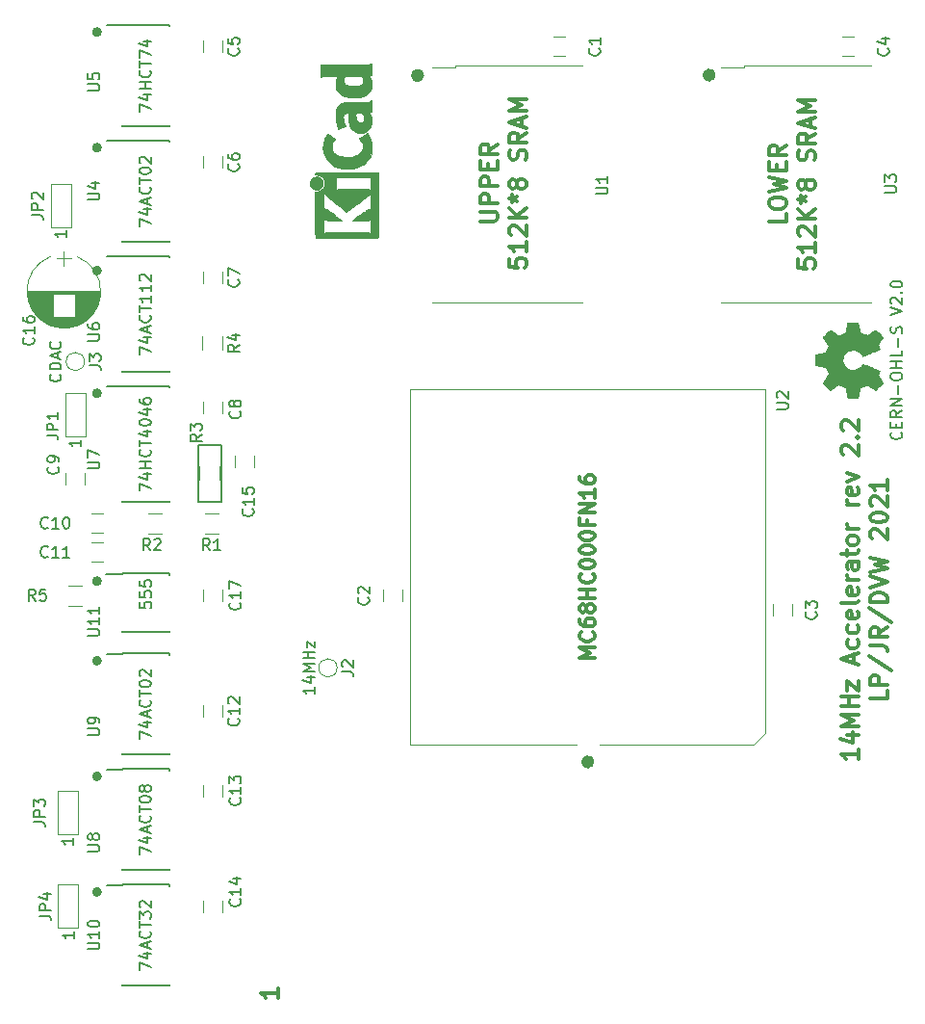
<source format=gto>
G04 #@! TF.FileFunction,Legend,Top*
%FSLAX46Y46*%
G04 Gerber Fmt 4.6, Leading zero omitted, Abs format (unit mm)*
G04 Created by KiCad (PCBNEW 4.0.7) date 07/03/21 20:26:29*
%MOMM*%
%LPD*%
G01*
G04 APERTURE LIST*
%ADD10C,0.100000*%
%ADD11C,0.150000*%
%ADD12C,0.450000*%
%ADD13C,0.200000*%
%ADD14C,0.300000*%
%ADD15C,0.560000*%
%ADD16C,0.120000*%
%ADD17C,0.010000*%
G04 APERTURE END LIST*
D10*
D11*
X151995143Y-89772333D02*
X152042762Y-89819952D01*
X152090381Y-89962809D01*
X152090381Y-90058047D01*
X152042762Y-90200905D01*
X151947524Y-90296143D01*
X151852286Y-90343762D01*
X151661810Y-90391381D01*
X151518952Y-90391381D01*
X151328476Y-90343762D01*
X151233238Y-90296143D01*
X151138000Y-90200905D01*
X151090381Y-90058047D01*
X151090381Y-89962809D01*
X151138000Y-89819952D01*
X151185619Y-89772333D01*
X151566571Y-89343762D02*
X151566571Y-89010428D01*
X152090381Y-88867571D02*
X152090381Y-89343762D01*
X151090381Y-89343762D01*
X151090381Y-88867571D01*
X152090381Y-87867571D02*
X151614190Y-88200905D01*
X152090381Y-88439000D02*
X151090381Y-88439000D01*
X151090381Y-88058047D01*
X151138000Y-87962809D01*
X151185619Y-87915190D01*
X151280857Y-87867571D01*
X151423714Y-87867571D01*
X151518952Y-87915190D01*
X151566571Y-87962809D01*
X151614190Y-88058047D01*
X151614190Y-88439000D01*
X152090381Y-87439000D02*
X151090381Y-87439000D01*
X152090381Y-86867571D01*
X151090381Y-86867571D01*
X151709429Y-86391381D02*
X151709429Y-85629476D01*
X151090381Y-84962810D02*
X151090381Y-84772333D01*
X151138000Y-84677095D01*
X151233238Y-84581857D01*
X151423714Y-84534238D01*
X151757048Y-84534238D01*
X151947524Y-84581857D01*
X152042762Y-84677095D01*
X152090381Y-84772333D01*
X152090381Y-84962810D01*
X152042762Y-85058048D01*
X151947524Y-85153286D01*
X151757048Y-85200905D01*
X151423714Y-85200905D01*
X151233238Y-85153286D01*
X151138000Y-85058048D01*
X151090381Y-84962810D01*
X152090381Y-84105667D02*
X151090381Y-84105667D01*
X151566571Y-84105667D02*
X151566571Y-83534238D01*
X152090381Y-83534238D02*
X151090381Y-83534238D01*
X152090381Y-82581857D02*
X152090381Y-83058048D01*
X151090381Y-83058048D01*
X151709429Y-82248524D02*
X151709429Y-81486619D01*
X152042762Y-81058048D02*
X152090381Y-80915191D01*
X152090381Y-80677095D01*
X152042762Y-80581857D01*
X151995143Y-80534238D01*
X151899905Y-80486619D01*
X151804667Y-80486619D01*
X151709429Y-80534238D01*
X151661810Y-80581857D01*
X151614190Y-80677095D01*
X151566571Y-80867572D01*
X151518952Y-80962810D01*
X151471333Y-81010429D01*
X151376095Y-81058048D01*
X151280857Y-81058048D01*
X151185619Y-81010429D01*
X151138000Y-80962810D01*
X151090381Y-80867572D01*
X151090381Y-80629476D01*
X151138000Y-80486619D01*
X151090381Y-79439000D02*
X152090381Y-79105667D01*
X151090381Y-78772333D01*
X151185619Y-78486619D02*
X151138000Y-78439000D01*
X151090381Y-78343762D01*
X151090381Y-78105666D01*
X151138000Y-78010428D01*
X151185619Y-77962809D01*
X151280857Y-77915190D01*
X151376095Y-77915190D01*
X151518952Y-77962809D01*
X152090381Y-78534238D01*
X152090381Y-77915190D01*
X151995143Y-77486619D02*
X152042762Y-77439000D01*
X152090381Y-77486619D01*
X152042762Y-77534238D01*
X151995143Y-77486619D01*
X152090381Y-77486619D01*
X151090381Y-76819953D02*
X151090381Y-76724714D01*
X151138000Y-76629476D01*
X151185619Y-76581857D01*
X151280857Y-76534238D01*
X151471333Y-76486619D01*
X151709429Y-76486619D01*
X151899905Y-76534238D01*
X151995143Y-76581857D01*
X152042762Y-76629476D01*
X152090381Y-76724714D01*
X152090381Y-76819953D01*
X152042762Y-76915191D01*
X151995143Y-76962810D01*
X151899905Y-77010429D01*
X151709429Y-77058048D01*
X151471333Y-77058048D01*
X151280857Y-77010429D01*
X151185619Y-76962810D01*
X151138000Y-76915191D01*
X151090381Y-76819953D01*
X85050381Y-104727285D02*
X85050381Y-105203476D01*
X85526571Y-105251095D01*
X85478952Y-105203476D01*
X85431333Y-105108238D01*
X85431333Y-104870142D01*
X85478952Y-104774904D01*
X85526571Y-104727285D01*
X85621810Y-104679666D01*
X85859905Y-104679666D01*
X85955143Y-104727285D01*
X86002762Y-104774904D01*
X86050381Y-104870142D01*
X86050381Y-105108238D01*
X86002762Y-105203476D01*
X85955143Y-105251095D01*
X85050381Y-103774904D02*
X85050381Y-104251095D01*
X85526571Y-104298714D01*
X85478952Y-104251095D01*
X85431333Y-104155857D01*
X85431333Y-103917761D01*
X85478952Y-103822523D01*
X85526571Y-103774904D01*
X85621810Y-103727285D01*
X85859905Y-103727285D01*
X85955143Y-103774904D01*
X86002762Y-103822523D01*
X86050381Y-103917761D01*
X86050381Y-104155857D01*
X86002762Y-104251095D01*
X85955143Y-104298714D01*
X85050381Y-102822523D02*
X85050381Y-103298714D01*
X85526571Y-103346333D01*
X85478952Y-103298714D01*
X85431333Y-103203476D01*
X85431333Y-102965380D01*
X85478952Y-102870142D01*
X85526571Y-102822523D01*
X85621810Y-102774904D01*
X85859905Y-102774904D01*
X85955143Y-102822523D01*
X86002762Y-102870142D01*
X86050381Y-102965380D01*
X86050381Y-103203476D01*
X86002762Y-103298714D01*
X85955143Y-103346333D01*
D12*
X81504020Y-130175000D02*
G75*
G03X81504020Y-130175000I-224020J0D01*
G01*
X81504020Y-120015000D02*
G75*
G03X81504020Y-120015000I-224020J0D01*
G01*
X81504020Y-109855000D02*
G75*
G03X81504020Y-109855000I-224020J0D01*
G01*
X81504020Y-102870000D02*
G75*
G03X81504020Y-102870000I-224020J0D01*
G01*
X81504020Y-86360000D02*
G75*
G03X81504020Y-86360000I-224020J0D01*
G01*
X81504020Y-75565000D02*
G75*
G03X81504020Y-75565000I-224020J0D01*
G01*
X81504020Y-64770000D02*
G75*
G03X81504020Y-64770000I-224020J0D01*
G01*
X81504020Y-54610000D02*
G75*
G03X81504020Y-54610000I-224020J0D01*
G01*
D13*
X90170000Y-90868500D02*
X90170000Y-95885000D01*
X92202000Y-90868500D02*
X90170000Y-90868500D01*
X92202000Y-95885000D02*
X92202000Y-90868500D01*
X90170000Y-95885000D02*
X92202000Y-95885000D01*
D11*
X78557381Y-72040785D02*
X78557381Y-72612214D01*
X78557381Y-72326500D02*
X77557381Y-72326500D01*
X77700238Y-72421738D01*
X77795476Y-72516976D01*
X77843095Y-72612214D01*
X79827381Y-90455785D02*
X79827381Y-91027214D01*
X79827381Y-90741500D02*
X78827381Y-90741500D01*
X78970238Y-90836738D01*
X79065476Y-90931976D01*
X79113095Y-91027214D01*
X79192381Y-125444285D02*
X79192381Y-126015714D01*
X79192381Y-125730000D02*
X78192381Y-125730000D01*
X78335238Y-125825238D01*
X78430476Y-125920476D01*
X78478095Y-126015714D01*
X79255881Y-133699285D02*
X79255881Y-134270714D01*
X79255881Y-133985000D02*
X78255881Y-133985000D01*
X78398738Y-134080238D01*
X78493976Y-134175476D01*
X78541595Y-134270714D01*
X100401381Y-112180476D02*
X100401381Y-112751905D01*
X100401381Y-112466191D02*
X99401381Y-112466191D01*
X99544238Y-112561429D01*
X99639476Y-112656667D01*
X99687095Y-112751905D01*
X99734714Y-111323333D02*
X100401381Y-111323333D01*
X99353762Y-111561429D02*
X100068048Y-111799524D01*
X100068048Y-111180476D01*
X100401381Y-110799524D02*
X99401381Y-110799524D01*
X100115667Y-110466190D01*
X99401381Y-110132857D01*
X100401381Y-110132857D01*
X100401381Y-109656667D02*
X99401381Y-109656667D01*
X99877571Y-109656667D02*
X99877571Y-109085238D01*
X100401381Y-109085238D02*
X99401381Y-109085238D01*
X99734714Y-108704286D02*
X99734714Y-108180476D01*
X100401381Y-108704286D01*
X100401381Y-108180476D01*
X78017643Y-84685047D02*
X78065262Y-84732666D01*
X78112881Y-84875523D01*
X78112881Y-84970761D01*
X78065262Y-85113619D01*
X77970024Y-85208857D01*
X77874786Y-85256476D01*
X77684310Y-85304095D01*
X77541452Y-85304095D01*
X77350976Y-85256476D01*
X77255738Y-85208857D01*
X77160500Y-85113619D01*
X77112881Y-84970761D01*
X77112881Y-84875523D01*
X77160500Y-84732666D01*
X77208119Y-84685047D01*
X78112881Y-84256476D02*
X77112881Y-84256476D01*
X77112881Y-84018381D01*
X77160500Y-83875523D01*
X77255738Y-83780285D01*
X77350976Y-83732666D01*
X77541452Y-83685047D01*
X77684310Y-83685047D01*
X77874786Y-83732666D01*
X77970024Y-83780285D01*
X78065262Y-83875523D01*
X78112881Y-84018381D01*
X78112881Y-84256476D01*
X77827167Y-83304095D02*
X77827167Y-82827904D01*
X78112881Y-83399333D02*
X77112881Y-83066000D01*
X78112881Y-82732666D01*
X78017643Y-81827904D02*
X78065262Y-81875523D01*
X78112881Y-82018380D01*
X78112881Y-82113618D01*
X78065262Y-82256476D01*
X77970024Y-82351714D01*
X77874786Y-82399333D01*
X77684310Y-82446952D01*
X77541452Y-82446952D01*
X77350976Y-82399333D01*
X77255738Y-82351714D01*
X77160500Y-82256476D01*
X77112881Y-82113618D01*
X77112881Y-82018380D01*
X77160500Y-81875523D01*
X77208119Y-81827904D01*
D14*
X141897571Y-70552143D02*
X141897571Y-71266429D01*
X140397571Y-71266429D01*
X140397571Y-69766429D02*
X140397571Y-69480715D01*
X140469000Y-69337857D01*
X140611857Y-69195000D01*
X140897571Y-69123572D01*
X141397571Y-69123572D01*
X141683286Y-69195000D01*
X141826143Y-69337857D01*
X141897571Y-69480715D01*
X141897571Y-69766429D01*
X141826143Y-69909286D01*
X141683286Y-70052143D01*
X141397571Y-70123572D01*
X140897571Y-70123572D01*
X140611857Y-70052143D01*
X140469000Y-69909286D01*
X140397571Y-69766429D01*
X140397571Y-68623571D02*
X141897571Y-68266428D01*
X140826143Y-67980714D01*
X141897571Y-67695000D01*
X140397571Y-67337857D01*
X141111857Y-66766428D02*
X141111857Y-66266428D01*
X141897571Y-66052142D02*
X141897571Y-66766428D01*
X140397571Y-66766428D01*
X140397571Y-66052142D01*
X141897571Y-64552142D02*
X141183286Y-65052142D01*
X141897571Y-65409285D02*
X140397571Y-65409285D01*
X140397571Y-64837857D01*
X140469000Y-64694999D01*
X140540429Y-64623571D01*
X140683286Y-64552142D01*
X140897571Y-64552142D01*
X141040429Y-64623571D01*
X141111857Y-64694999D01*
X141183286Y-64837857D01*
X141183286Y-65409285D01*
X142947571Y-74587855D02*
X142947571Y-75302141D01*
X143661857Y-75373570D01*
X143590429Y-75302141D01*
X143519000Y-75159284D01*
X143519000Y-74802141D01*
X143590429Y-74659284D01*
X143661857Y-74587855D01*
X143804714Y-74516427D01*
X144161857Y-74516427D01*
X144304714Y-74587855D01*
X144376143Y-74659284D01*
X144447571Y-74802141D01*
X144447571Y-75159284D01*
X144376143Y-75302141D01*
X144304714Y-75373570D01*
X144447571Y-73087856D02*
X144447571Y-73944999D01*
X144447571Y-73516427D02*
X142947571Y-73516427D01*
X143161857Y-73659284D01*
X143304714Y-73802142D01*
X143376143Y-73944999D01*
X143090429Y-72516428D02*
X143019000Y-72444999D01*
X142947571Y-72302142D01*
X142947571Y-71944999D01*
X143019000Y-71802142D01*
X143090429Y-71730713D01*
X143233286Y-71659285D01*
X143376143Y-71659285D01*
X143590429Y-71730713D01*
X144447571Y-72587856D01*
X144447571Y-71659285D01*
X144447571Y-71016428D02*
X142947571Y-71016428D01*
X144447571Y-70159285D02*
X143590429Y-70802142D01*
X142947571Y-70159285D02*
X143804714Y-71016428D01*
X142947571Y-69302142D02*
X143304714Y-69302142D01*
X143161857Y-69659285D02*
X143304714Y-69302142D01*
X143161857Y-68945000D01*
X143590429Y-69516428D02*
X143304714Y-69302142D01*
X143590429Y-69087857D01*
X143590429Y-68159285D02*
X143519000Y-68302143D01*
X143447571Y-68373571D01*
X143304714Y-68445000D01*
X143233286Y-68445000D01*
X143090429Y-68373571D01*
X143019000Y-68302143D01*
X142947571Y-68159285D01*
X142947571Y-67873571D01*
X143019000Y-67730714D01*
X143090429Y-67659285D01*
X143233286Y-67587857D01*
X143304714Y-67587857D01*
X143447571Y-67659285D01*
X143519000Y-67730714D01*
X143590429Y-67873571D01*
X143590429Y-68159285D01*
X143661857Y-68302143D01*
X143733286Y-68373571D01*
X143876143Y-68445000D01*
X144161857Y-68445000D01*
X144304714Y-68373571D01*
X144376143Y-68302143D01*
X144447571Y-68159285D01*
X144447571Y-67873571D01*
X144376143Y-67730714D01*
X144304714Y-67659285D01*
X144161857Y-67587857D01*
X143876143Y-67587857D01*
X143733286Y-67659285D01*
X143661857Y-67730714D01*
X143590429Y-67873571D01*
X144376143Y-65873572D02*
X144447571Y-65659286D01*
X144447571Y-65302143D01*
X144376143Y-65159286D01*
X144304714Y-65087857D01*
X144161857Y-65016429D01*
X144019000Y-65016429D01*
X143876143Y-65087857D01*
X143804714Y-65159286D01*
X143733286Y-65302143D01*
X143661857Y-65587857D01*
X143590429Y-65730715D01*
X143519000Y-65802143D01*
X143376143Y-65873572D01*
X143233286Y-65873572D01*
X143090429Y-65802143D01*
X143019000Y-65730715D01*
X142947571Y-65587857D01*
X142947571Y-65230715D01*
X143019000Y-65016429D01*
X144447571Y-63516429D02*
X143733286Y-64016429D01*
X144447571Y-64373572D02*
X142947571Y-64373572D01*
X142947571Y-63802144D01*
X143019000Y-63659286D01*
X143090429Y-63587858D01*
X143233286Y-63516429D01*
X143447571Y-63516429D01*
X143590429Y-63587858D01*
X143661857Y-63659286D01*
X143733286Y-63802144D01*
X143733286Y-64373572D01*
X144019000Y-62945001D02*
X144019000Y-62230715D01*
X144447571Y-63087858D02*
X142947571Y-62587858D01*
X144447571Y-62087858D01*
X144447571Y-61587858D02*
X142947571Y-61587858D01*
X144019000Y-61087858D01*
X142947571Y-60587858D01*
X144447571Y-60587858D01*
X114997571Y-71238643D02*
X116211857Y-71238643D01*
X116354714Y-71167215D01*
X116426143Y-71095786D01*
X116497571Y-70952929D01*
X116497571Y-70667215D01*
X116426143Y-70524357D01*
X116354714Y-70452929D01*
X116211857Y-70381500D01*
X114997571Y-70381500D01*
X116497571Y-69667214D02*
X114997571Y-69667214D01*
X114997571Y-69095786D01*
X115069000Y-68952928D01*
X115140429Y-68881500D01*
X115283286Y-68810071D01*
X115497571Y-68810071D01*
X115640429Y-68881500D01*
X115711857Y-68952928D01*
X115783286Y-69095786D01*
X115783286Y-69667214D01*
X116497571Y-68167214D02*
X114997571Y-68167214D01*
X114997571Y-67595786D01*
X115069000Y-67452928D01*
X115140429Y-67381500D01*
X115283286Y-67310071D01*
X115497571Y-67310071D01*
X115640429Y-67381500D01*
X115711857Y-67452928D01*
X115783286Y-67595786D01*
X115783286Y-68167214D01*
X115711857Y-66667214D02*
X115711857Y-66167214D01*
X116497571Y-65952928D02*
X116497571Y-66667214D01*
X114997571Y-66667214D01*
X114997571Y-65952928D01*
X116497571Y-64452928D02*
X115783286Y-64952928D01*
X116497571Y-65310071D02*
X114997571Y-65310071D01*
X114997571Y-64738643D01*
X115069000Y-64595785D01*
X115140429Y-64524357D01*
X115283286Y-64452928D01*
X115497571Y-64452928D01*
X115640429Y-64524357D01*
X115711857Y-64595785D01*
X115783286Y-64738643D01*
X115783286Y-65310071D01*
X117547571Y-74524355D02*
X117547571Y-75238641D01*
X118261857Y-75310070D01*
X118190429Y-75238641D01*
X118119000Y-75095784D01*
X118119000Y-74738641D01*
X118190429Y-74595784D01*
X118261857Y-74524355D01*
X118404714Y-74452927D01*
X118761857Y-74452927D01*
X118904714Y-74524355D01*
X118976143Y-74595784D01*
X119047571Y-74738641D01*
X119047571Y-75095784D01*
X118976143Y-75238641D01*
X118904714Y-75310070D01*
X119047571Y-73024356D02*
X119047571Y-73881499D01*
X119047571Y-73452927D02*
X117547571Y-73452927D01*
X117761857Y-73595784D01*
X117904714Y-73738642D01*
X117976143Y-73881499D01*
X117690429Y-72452928D02*
X117619000Y-72381499D01*
X117547571Y-72238642D01*
X117547571Y-71881499D01*
X117619000Y-71738642D01*
X117690429Y-71667213D01*
X117833286Y-71595785D01*
X117976143Y-71595785D01*
X118190429Y-71667213D01*
X119047571Y-72524356D01*
X119047571Y-71595785D01*
X119047571Y-70952928D02*
X117547571Y-70952928D01*
X119047571Y-70095785D02*
X118190429Y-70738642D01*
X117547571Y-70095785D02*
X118404714Y-70952928D01*
X117547571Y-69238642D02*
X117904714Y-69238642D01*
X117761857Y-69595785D02*
X117904714Y-69238642D01*
X117761857Y-68881500D01*
X118190429Y-69452928D02*
X117904714Y-69238642D01*
X118190429Y-69024357D01*
X118190429Y-68095785D02*
X118119000Y-68238643D01*
X118047571Y-68310071D01*
X117904714Y-68381500D01*
X117833286Y-68381500D01*
X117690429Y-68310071D01*
X117619000Y-68238643D01*
X117547571Y-68095785D01*
X117547571Y-67810071D01*
X117619000Y-67667214D01*
X117690429Y-67595785D01*
X117833286Y-67524357D01*
X117904714Y-67524357D01*
X118047571Y-67595785D01*
X118119000Y-67667214D01*
X118190429Y-67810071D01*
X118190429Y-68095785D01*
X118261857Y-68238643D01*
X118333286Y-68310071D01*
X118476143Y-68381500D01*
X118761857Y-68381500D01*
X118904714Y-68310071D01*
X118976143Y-68238643D01*
X119047571Y-68095785D01*
X119047571Y-67810071D01*
X118976143Y-67667214D01*
X118904714Y-67595785D01*
X118761857Y-67524357D01*
X118476143Y-67524357D01*
X118333286Y-67595785D01*
X118261857Y-67667214D01*
X118190429Y-67810071D01*
X118976143Y-65810072D02*
X119047571Y-65595786D01*
X119047571Y-65238643D01*
X118976143Y-65095786D01*
X118904714Y-65024357D01*
X118761857Y-64952929D01*
X118619000Y-64952929D01*
X118476143Y-65024357D01*
X118404714Y-65095786D01*
X118333286Y-65238643D01*
X118261857Y-65524357D01*
X118190429Y-65667215D01*
X118119000Y-65738643D01*
X117976143Y-65810072D01*
X117833286Y-65810072D01*
X117690429Y-65738643D01*
X117619000Y-65667215D01*
X117547571Y-65524357D01*
X117547571Y-65167215D01*
X117619000Y-64952929D01*
X119047571Y-63452929D02*
X118333286Y-63952929D01*
X119047571Y-64310072D02*
X117547571Y-64310072D01*
X117547571Y-63738644D01*
X117619000Y-63595786D01*
X117690429Y-63524358D01*
X117833286Y-63452929D01*
X118047571Y-63452929D01*
X118190429Y-63524358D01*
X118261857Y-63595786D01*
X118333286Y-63738644D01*
X118333286Y-64310072D01*
X118619000Y-62881501D02*
X118619000Y-62167215D01*
X119047571Y-63024358D02*
X117547571Y-62524358D01*
X119047571Y-62024358D01*
X119047571Y-61524358D02*
X117547571Y-61524358D01*
X118619000Y-61024358D01*
X117547571Y-60524358D01*
X119047571Y-60524358D01*
X125048095Y-109585713D02*
X123748095Y-109585713D01*
X124676667Y-109152380D01*
X123748095Y-108719047D01*
X125048095Y-108719047D01*
X124924286Y-107357142D02*
X124986190Y-107419047D01*
X125048095Y-107604761D01*
X125048095Y-107728571D01*
X124986190Y-107914285D01*
X124862381Y-108038094D01*
X124738571Y-108099999D01*
X124490952Y-108161904D01*
X124305238Y-108161904D01*
X124057619Y-108099999D01*
X123933810Y-108038094D01*
X123810000Y-107914285D01*
X123748095Y-107728571D01*
X123748095Y-107604761D01*
X123810000Y-107419047D01*
X123871905Y-107357142D01*
X123748095Y-106242856D02*
X123748095Y-106490475D01*
X123810000Y-106614285D01*
X123871905Y-106676190D01*
X124057619Y-106799999D01*
X124305238Y-106861904D01*
X124800476Y-106861904D01*
X124924286Y-106799999D01*
X124986190Y-106738094D01*
X125048095Y-106614285D01*
X125048095Y-106366666D01*
X124986190Y-106242856D01*
X124924286Y-106180952D01*
X124800476Y-106119047D01*
X124490952Y-106119047D01*
X124367143Y-106180952D01*
X124305238Y-106242856D01*
X124243333Y-106366666D01*
X124243333Y-106614285D01*
X124305238Y-106738094D01*
X124367143Y-106799999D01*
X124490952Y-106861904D01*
X124305238Y-105376190D02*
X124243333Y-105499999D01*
X124181429Y-105561904D01*
X124057619Y-105623809D01*
X123995714Y-105623809D01*
X123871905Y-105561904D01*
X123810000Y-105499999D01*
X123748095Y-105376190D01*
X123748095Y-105128571D01*
X123810000Y-105004761D01*
X123871905Y-104942857D01*
X123995714Y-104880952D01*
X124057619Y-104880952D01*
X124181429Y-104942857D01*
X124243333Y-105004761D01*
X124305238Y-105128571D01*
X124305238Y-105376190D01*
X124367143Y-105499999D01*
X124429048Y-105561904D01*
X124552857Y-105623809D01*
X124800476Y-105623809D01*
X124924286Y-105561904D01*
X124986190Y-105499999D01*
X125048095Y-105376190D01*
X125048095Y-105128571D01*
X124986190Y-105004761D01*
X124924286Y-104942857D01*
X124800476Y-104880952D01*
X124552857Y-104880952D01*
X124429048Y-104942857D01*
X124367143Y-105004761D01*
X124305238Y-105128571D01*
X125048095Y-104323809D02*
X123748095Y-104323809D01*
X124367143Y-104323809D02*
X124367143Y-103580952D01*
X125048095Y-103580952D02*
X123748095Y-103580952D01*
X124924286Y-102219047D02*
X124986190Y-102280952D01*
X125048095Y-102466666D01*
X125048095Y-102590476D01*
X124986190Y-102776190D01*
X124862381Y-102899999D01*
X124738571Y-102961904D01*
X124490952Y-103023809D01*
X124305238Y-103023809D01*
X124057619Y-102961904D01*
X123933810Y-102899999D01*
X123810000Y-102776190D01*
X123748095Y-102590476D01*
X123748095Y-102466666D01*
X123810000Y-102280952D01*
X123871905Y-102219047D01*
X123748095Y-101414285D02*
X123748095Y-101290476D01*
X123810000Y-101166666D01*
X123871905Y-101104761D01*
X123995714Y-101042857D01*
X124243333Y-100980952D01*
X124552857Y-100980952D01*
X124800476Y-101042857D01*
X124924286Y-101104761D01*
X124986190Y-101166666D01*
X125048095Y-101290476D01*
X125048095Y-101414285D01*
X124986190Y-101538095D01*
X124924286Y-101599999D01*
X124800476Y-101661904D01*
X124552857Y-101723809D01*
X124243333Y-101723809D01*
X123995714Y-101661904D01*
X123871905Y-101599999D01*
X123810000Y-101538095D01*
X123748095Y-101414285D01*
X123748095Y-100176190D02*
X123748095Y-100052381D01*
X123810000Y-99928571D01*
X123871905Y-99866666D01*
X123995714Y-99804762D01*
X124243333Y-99742857D01*
X124552857Y-99742857D01*
X124800476Y-99804762D01*
X124924286Y-99866666D01*
X124986190Y-99928571D01*
X125048095Y-100052381D01*
X125048095Y-100176190D01*
X124986190Y-100300000D01*
X124924286Y-100361904D01*
X124800476Y-100423809D01*
X124552857Y-100485714D01*
X124243333Y-100485714D01*
X123995714Y-100423809D01*
X123871905Y-100361904D01*
X123810000Y-100300000D01*
X123748095Y-100176190D01*
X123748095Y-98938095D02*
X123748095Y-98814286D01*
X123810000Y-98690476D01*
X123871905Y-98628571D01*
X123995714Y-98566667D01*
X124243333Y-98504762D01*
X124552857Y-98504762D01*
X124800476Y-98566667D01*
X124924286Y-98628571D01*
X124986190Y-98690476D01*
X125048095Y-98814286D01*
X125048095Y-98938095D01*
X124986190Y-99061905D01*
X124924286Y-99123809D01*
X124800476Y-99185714D01*
X124552857Y-99247619D01*
X124243333Y-99247619D01*
X123995714Y-99185714D01*
X123871905Y-99123809D01*
X123810000Y-99061905D01*
X123748095Y-98938095D01*
X124367143Y-97514286D02*
X124367143Y-97947619D01*
X125048095Y-97947619D02*
X123748095Y-97947619D01*
X123748095Y-97328572D01*
X125048095Y-96833333D02*
X123748095Y-96833333D01*
X125048095Y-96090476D01*
X123748095Y-96090476D01*
X125048095Y-94790476D02*
X125048095Y-95533333D01*
X125048095Y-95161904D02*
X123748095Y-95161904D01*
X123933810Y-95285714D01*
X124057619Y-95409523D01*
X124119524Y-95533333D01*
X123748095Y-93676190D02*
X123748095Y-93923809D01*
X123810000Y-94047619D01*
X123871905Y-94109524D01*
X124057619Y-94233333D01*
X124305238Y-94295238D01*
X124800476Y-94295238D01*
X124924286Y-94233333D01*
X124986190Y-94171428D01*
X125048095Y-94047619D01*
X125048095Y-93800000D01*
X124986190Y-93676190D01*
X124924286Y-93614286D01*
X124800476Y-93552381D01*
X124490952Y-93552381D01*
X124367143Y-93614286D01*
X124305238Y-93676190D01*
X124243333Y-93800000D01*
X124243333Y-94047619D01*
X124305238Y-94171428D01*
X124367143Y-94233333D01*
X124490952Y-94295238D01*
X97198571Y-138636428D02*
X97198571Y-139493571D01*
X97198571Y-139064999D02*
X95698571Y-139064999D01*
X95912857Y-139207856D01*
X96055714Y-139350714D01*
X96127143Y-139493571D01*
D15*
X124743981Y-118745000D02*
G75*
G03X124743981Y-118745000I-283981J0D01*
G01*
X135411981Y-58390020D02*
G75*
G03X135411981Y-58390020I-283981J0D01*
G01*
X109757981Y-58420000D02*
G75*
G03X109757981Y-58420000I-283981J0D01*
G01*
D14*
X148247571Y-117667712D02*
X148247571Y-118524855D01*
X148247571Y-118096283D02*
X146747571Y-118096283D01*
X146961857Y-118239140D01*
X147104714Y-118381998D01*
X147176143Y-118524855D01*
X147247571Y-116381998D02*
X148247571Y-116381998D01*
X146676143Y-116739141D02*
X147747571Y-117096284D01*
X147747571Y-116167712D01*
X148247571Y-115596284D02*
X146747571Y-115596284D01*
X147819000Y-115096284D01*
X146747571Y-114596284D01*
X148247571Y-114596284D01*
X148247571Y-113881998D02*
X146747571Y-113881998D01*
X147461857Y-113881998D02*
X147461857Y-113024855D01*
X148247571Y-113024855D02*
X146747571Y-113024855D01*
X147247571Y-112453426D02*
X147247571Y-111667712D01*
X148247571Y-112453426D01*
X148247571Y-111667712D01*
X147819000Y-110024855D02*
X147819000Y-109310569D01*
X148247571Y-110167712D02*
X146747571Y-109667712D01*
X148247571Y-109167712D01*
X148176143Y-108024855D02*
X148247571Y-108167712D01*
X148247571Y-108453426D01*
X148176143Y-108596284D01*
X148104714Y-108667712D01*
X147961857Y-108739141D01*
X147533286Y-108739141D01*
X147390429Y-108667712D01*
X147319000Y-108596284D01*
X147247571Y-108453426D01*
X147247571Y-108167712D01*
X147319000Y-108024855D01*
X148176143Y-106739141D02*
X148247571Y-106881998D01*
X148247571Y-107167712D01*
X148176143Y-107310570D01*
X148104714Y-107381998D01*
X147961857Y-107453427D01*
X147533286Y-107453427D01*
X147390429Y-107381998D01*
X147319000Y-107310570D01*
X147247571Y-107167712D01*
X147247571Y-106881998D01*
X147319000Y-106739141D01*
X148176143Y-105524856D02*
X148247571Y-105667713D01*
X148247571Y-105953427D01*
X148176143Y-106096284D01*
X148033286Y-106167713D01*
X147461857Y-106167713D01*
X147319000Y-106096284D01*
X147247571Y-105953427D01*
X147247571Y-105667713D01*
X147319000Y-105524856D01*
X147461857Y-105453427D01*
X147604714Y-105453427D01*
X147747571Y-106167713D01*
X148247571Y-104596284D02*
X148176143Y-104739142D01*
X148033286Y-104810570D01*
X146747571Y-104810570D01*
X148176143Y-103453428D02*
X148247571Y-103596285D01*
X148247571Y-103881999D01*
X148176143Y-104024856D01*
X148033286Y-104096285D01*
X147461857Y-104096285D01*
X147319000Y-104024856D01*
X147247571Y-103881999D01*
X147247571Y-103596285D01*
X147319000Y-103453428D01*
X147461857Y-103381999D01*
X147604714Y-103381999D01*
X147747571Y-104096285D01*
X148247571Y-102739142D02*
X147247571Y-102739142D01*
X147533286Y-102739142D02*
X147390429Y-102667714D01*
X147319000Y-102596285D01*
X147247571Y-102453428D01*
X147247571Y-102310571D01*
X148247571Y-101167714D02*
X147461857Y-101167714D01*
X147319000Y-101239143D01*
X147247571Y-101382000D01*
X147247571Y-101667714D01*
X147319000Y-101810571D01*
X148176143Y-101167714D02*
X148247571Y-101310571D01*
X148247571Y-101667714D01*
X148176143Y-101810571D01*
X148033286Y-101882000D01*
X147890429Y-101882000D01*
X147747571Y-101810571D01*
X147676143Y-101667714D01*
X147676143Y-101310571D01*
X147604714Y-101167714D01*
X147247571Y-100667714D02*
X147247571Y-100096285D01*
X146747571Y-100453428D02*
X148033286Y-100453428D01*
X148176143Y-100382000D01*
X148247571Y-100239142D01*
X148247571Y-100096285D01*
X148247571Y-99381999D02*
X148176143Y-99524857D01*
X148104714Y-99596285D01*
X147961857Y-99667714D01*
X147533286Y-99667714D01*
X147390429Y-99596285D01*
X147319000Y-99524857D01*
X147247571Y-99381999D01*
X147247571Y-99167714D01*
X147319000Y-99024857D01*
X147390429Y-98953428D01*
X147533286Y-98881999D01*
X147961857Y-98881999D01*
X148104714Y-98953428D01*
X148176143Y-99024857D01*
X148247571Y-99167714D01*
X148247571Y-99381999D01*
X148247571Y-98239142D02*
X147247571Y-98239142D01*
X147533286Y-98239142D02*
X147390429Y-98167714D01*
X147319000Y-98096285D01*
X147247571Y-97953428D01*
X147247571Y-97810571D01*
X148247571Y-96167714D02*
X147247571Y-96167714D01*
X147533286Y-96167714D02*
X147390429Y-96096286D01*
X147319000Y-96024857D01*
X147247571Y-95882000D01*
X147247571Y-95739143D01*
X148176143Y-94667715D02*
X148247571Y-94810572D01*
X148247571Y-95096286D01*
X148176143Y-95239143D01*
X148033286Y-95310572D01*
X147461857Y-95310572D01*
X147319000Y-95239143D01*
X147247571Y-95096286D01*
X147247571Y-94810572D01*
X147319000Y-94667715D01*
X147461857Y-94596286D01*
X147604714Y-94596286D01*
X147747571Y-95310572D01*
X147247571Y-94096286D02*
X148247571Y-93739143D01*
X147247571Y-93382001D01*
X146890429Y-91739144D02*
X146819000Y-91667715D01*
X146747571Y-91524858D01*
X146747571Y-91167715D01*
X146819000Y-91024858D01*
X146890429Y-90953429D01*
X147033286Y-90882001D01*
X147176143Y-90882001D01*
X147390429Y-90953429D01*
X148247571Y-91810572D01*
X148247571Y-90882001D01*
X148104714Y-90239144D02*
X148176143Y-90167716D01*
X148247571Y-90239144D01*
X148176143Y-90310573D01*
X148104714Y-90239144D01*
X148247571Y-90239144D01*
X146890429Y-89596287D02*
X146819000Y-89524858D01*
X146747571Y-89382001D01*
X146747571Y-89024858D01*
X146819000Y-88882001D01*
X146890429Y-88810572D01*
X147033286Y-88739144D01*
X147176143Y-88739144D01*
X147390429Y-88810572D01*
X148247571Y-89667715D01*
X148247571Y-88739144D01*
X150797571Y-112489142D02*
X150797571Y-113203428D01*
X149297571Y-113203428D01*
X150797571Y-111989142D02*
X149297571Y-111989142D01*
X149297571Y-111417714D01*
X149369000Y-111274856D01*
X149440429Y-111203428D01*
X149583286Y-111131999D01*
X149797571Y-111131999D01*
X149940429Y-111203428D01*
X150011857Y-111274856D01*
X150083286Y-111417714D01*
X150083286Y-111989142D01*
X149226143Y-109417714D02*
X151154714Y-110703428D01*
X149297571Y-108489142D02*
X150369000Y-108489142D01*
X150583286Y-108560570D01*
X150726143Y-108703427D01*
X150797571Y-108917713D01*
X150797571Y-109060570D01*
X150797571Y-106917713D02*
X150083286Y-107417713D01*
X150797571Y-107774856D02*
X149297571Y-107774856D01*
X149297571Y-107203428D01*
X149369000Y-107060570D01*
X149440429Y-106989142D01*
X149583286Y-106917713D01*
X149797571Y-106917713D01*
X149940429Y-106989142D01*
X150011857Y-107060570D01*
X150083286Y-107203428D01*
X150083286Y-107774856D01*
X149226143Y-105203428D02*
X151154714Y-106489142D01*
X150797571Y-104703427D02*
X149297571Y-104703427D01*
X149297571Y-104346284D01*
X149369000Y-104131999D01*
X149511857Y-103989141D01*
X149654714Y-103917713D01*
X149940429Y-103846284D01*
X150154714Y-103846284D01*
X150440429Y-103917713D01*
X150583286Y-103989141D01*
X150726143Y-104131999D01*
X150797571Y-104346284D01*
X150797571Y-104703427D01*
X149297571Y-103417713D02*
X150797571Y-102917713D01*
X149297571Y-102417713D01*
X149297571Y-102060570D02*
X150797571Y-101703427D01*
X149726143Y-101417713D01*
X150797571Y-101131999D01*
X149297571Y-100774856D01*
X149440429Y-99131999D02*
X149369000Y-99060570D01*
X149297571Y-98917713D01*
X149297571Y-98560570D01*
X149369000Y-98417713D01*
X149440429Y-98346284D01*
X149583286Y-98274856D01*
X149726143Y-98274856D01*
X149940429Y-98346284D01*
X150797571Y-99203427D01*
X150797571Y-98274856D01*
X149297571Y-97346285D02*
X149297571Y-97203428D01*
X149369000Y-97060571D01*
X149440429Y-96989142D01*
X149583286Y-96917713D01*
X149869000Y-96846285D01*
X150226143Y-96846285D01*
X150511857Y-96917713D01*
X150654714Y-96989142D01*
X150726143Y-97060571D01*
X150797571Y-97203428D01*
X150797571Y-97346285D01*
X150726143Y-97489142D01*
X150654714Y-97560571D01*
X150511857Y-97631999D01*
X150226143Y-97703428D01*
X149869000Y-97703428D01*
X149583286Y-97631999D01*
X149440429Y-97560571D01*
X149369000Y-97489142D01*
X149297571Y-97346285D01*
X149440429Y-96274857D02*
X149369000Y-96203428D01*
X149297571Y-96060571D01*
X149297571Y-95703428D01*
X149369000Y-95560571D01*
X149440429Y-95489142D01*
X149583286Y-95417714D01*
X149726143Y-95417714D01*
X149940429Y-95489142D01*
X150797571Y-96346285D01*
X150797571Y-95417714D01*
X150797571Y-93989143D02*
X150797571Y-94846286D01*
X150797571Y-94417714D02*
X149297571Y-94417714D01*
X149511857Y-94560571D01*
X149654714Y-94703429D01*
X149726143Y-94846286D01*
D11*
X83490000Y-53970000D02*
X83490000Y-53995000D01*
X87640000Y-53970000D02*
X87640000Y-54085000D01*
X87640000Y-62870000D02*
X87640000Y-62755000D01*
X83490000Y-62870000D02*
X83490000Y-62755000D01*
X83490000Y-53970000D02*
X87640000Y-53970000D01*
X83490000Y-62870000D02*
X87640000Y-62870000D01*
X83490000Y-53995000D02*
X82115000Y-53995000D01*
D16*
X112760000Y-57545000D02*
X112760000Y-57745000D01*
X112760000Y-57545000D02*
X123960000Y-57545000D01*
X110760000Y-78345000D02*
X123960000Y-78345000D01*
X112760000Y-57745000D02*
X110760000Y-57745000D01*
X121420000Y-56730000D02*
X122420000Y-56730000D01*
X122420000Y-55030000D02*
X121420000Y-55030000D01*
X106465000Y-103640000D02*
X106465000Y-104640000D01*
X108165000Y-104640000D02*
X108165000Y-103640000D01*
X140755000Y-104910000D02*
X140755000Y-105910000D01*
X142455000Y-105910000D02*
X142455000Y-104910000D01*
X147820000Y-55030000D02*
X146820000Y-55030000D01*
X146820000Y-56730000D02*
X147820000Y-56730000D01*
X125460000Y-117225000D02*
X139085000Y-117225000D01*
X139085000Y-117225000D02*
X140085000Y-116225000D01*
X140085000Y-116225000D02*
X140085000Y-85975000D01*
X140085000Y-85975000D02*
X108835000Y-85975000D01*
X108835000Y-85975000D02*
X108835000Y-117225000D01*
X108835000Y-117225000D02*
X123460000Y-117225000D01*
X138160000Y-57545000D02*
X138160000Y-57745000D01*
X138160000Y-57545000D02*
X149360000Y-57545000D01*
X136160000Y-78345000D02*
X149360000Y-78345000D01*
X138160000Y-57745000D02*
X136160000Y-57745000D01*
D11*
X83490000Y-64130000D02*
X83490000Y-64155000D01*
X87640000Y-64130000D02*
X87640000Y-64245000D01*
X87640000Y-73030000D02*
X87640000Y-72915000D01*
X83490000Y-73030000D02*
X83490000Y-72915000D01*
X83490000Y-64130000D02*
X87640000Y-64130000D01*
X83490000Y-73030000D02*
X87640000Y-73030000D01*
X83490000Y-64155000D02*
X82115000Y-64155000D01*
X83490000Y-74300000D02*
X83490000Y-74325000D01*
X87640000Y-74300000D02*
X87640000Y-74405000D01*
X87640000Y-84450000D02*
X87640000Y-84345000D01*
X83490000Y-84450000D02*
X83490000Y-84345000D01*
X83490000Y-74300000D02*
X87640000Y-74300000D01*
X83490000Y-84450000D02*
X87640000Y-84450000D01*
X83490000Y-74325000D02*
X82115000Y-74325000D01*
X83490000Y-85730000D02*
X83490000Y-85755000D01*
X87640000Y-85730000D02*
X87640000Y-85835000D01*
X87640000Y-95880000D02*
X87640000Y-95775000D01*
X83490000Y-95880000D02*
X83490000Y-95775000D01*
X83490000Y-85730000D02*
X87640000Y-85730000D01*
X83490000Y-95880000D02*
X87640000Y-95880000D01*
X83490000Y-85755000D02*
X82115000Y-85755000D01*
X83490000Y-102200000D02*
X83490000Y-102250000D01*
X87640000Y-102200000D02*
X87640000Y-102345000D01*
X87640000Y-107350000D02*
X87640000Y-107205000D01*
X83490000Y-107350000D02*
X83490000Y-107205000D01*
X83490000Y-102200000D02*
X87640000Y-102200000D01*
X83490000Y-107350000D02*
X87640000Y-107350000D01*
X83490000Y-102250000D02*
X82090000Y-102250000D01*
D16*
X92290000Y-56380000D02*
X92290000Y-55380000D01*
X90590000Y-55380000D02*
X90590000Y-56380000D01*
X92290000Y-66540000D02*
X92290000Y-65540000D01*
X90590000Y-65540000D02*
X90590000Y-66540000D01*
X92290000Y-76700000D02*
X92290000Y-75700000D01*
X90590000Y-75700000D02*
X90590000Y-76700000D01*
X90590000Y-87130000D02*
X90590000Y-88130000D01*
X92290000Y-88130000D02*
X92290000Y-87130000D01*
X80225000Y-94353000D02*
X80225000Y-93353000D01*
X78525000Y-93353000D02*
X78525000Y-94353000D01*
X80800000Y-98640000D02*
X81800000Y-98640000D01*
X81800000Y-96940000D02*
X80800000Y-96940000D01*
X80780000Y-101180000D02*
X81780000Y-101180000D01*
X81780000Y-99480000D02*
X80780000Y-99480000D01*
X92290000Y-114800000D02*
X92290000Y-113800000D01*
X90590000Y-113800000D02*
X90590000Y-114800000D01*
X92290000Y-121785000D02*
X92290000Y-120785000D01*
X90590000Y-120785000D02*
X90590000Y-121785000D01*
X92290000Y-131945000D02*
X92290000Y-130945000D01*
X90590000Y-130945000D02*
X90590000Y-131945000D01*
X93384000Y-91829000D02*
X93384000Y-92829000D01*
X95084000Y-92829000D02*
X95084000Y-91829000D01*
X79538136Y-80380820D02*
G75*
G03X79539000Y-74345518I-1179136J3017820D01*
G01*
X77179864Y-80380820D02*
G75*
G02X77179000Y-74345518I1179136J3017820D01*
G01*
X77179864Y-80380820D02*
G75*
G03X79539000Y-80380482I1179136J3017820D01*
G01*
X81559000Y-77363000D02*
X75159000Y-77363000D01*
X81559000Y-77403000D02*
X75159000Y-77403000D01*
X81559000Y-77443000D02*
X75159000Y-77443000D01*
X81557000Y-77483000D02*
X75161000Y-77483000D01*
X81556000Y-77523000D02*
X75162000Y-77523000D01*
X81553000Y-77563000D02*
X75165000Y-77563000D01*
X81551000Y-77603000D02*
X75167000Y-77603000D01*
X81547000Y-77643000D02*
X79339000Y-77643000D01*
X77379000Y-77643000D02*
X75171000Y-77643000D01*
X81544000Y-77683000D02*
X79339000Y-77683000D01*
X77379000Y-77683000D02*
X75174000Y-77683000D01*
X81539000Y-77723000D02*
X79339000Y-77723000D01*
X77379000Y-77723000D02*
X75179000Y-77723000D01*
X81535000Y-77763000D02*
X79339000Y-77763000D01*
X77379000Y-77763000D02*
X75183000Y-77763000D01*
X81529000Y-77803000D02*
X79339000Y-77803000D01*
X77379000Y-77803000D02*
X75189000Y-77803000D01*
X81524000Y-77843000D02*
X79339000Y-77843000D01*
X77379000Y-77843000D02*
X75194000Y-77843000D01*
X81517000Y-77883000D02*
X79339000Y-77883000D01*
X77379000Y-77883000D02*
X75201000Y-77883000D01*
X81511000Y-77923000D02*
X79339000Y-77923000D01*
X77379000Y-77923000D02*
X75207000Y-77923000D01*
X81503000Y-77963000D02*
X79339000Y-77963000D01*
X77379000Y-77963000D02*
X75215000Y-77963000D01*
X81496000Y-78003000D02*
X79339000Y-78003000D01*
X77379000Y-78003000D02*
X75222000Y-78003000D01*
X81487000Y-78043000D02*
X79339000Y-78043000D01*
X77379000Y-78043000D02*
X75231000Y-78043000D01*
X81478000Y-78084000D02*
X79339000Y-78084000D01*
X77379000Y-78084000D02*
X75240000Y-78084000D01*
X81469000Y-78124000D02*
X79339000Y-78124000D01*
X77379000Y-78124000D02*
X75249000Y-78124000D01*
X81459000Y-78164000D02*
X79339000Y-78164000D01*
X77379000Y-78164000D02*
X75259000Y-78164000D01*
X81449000Y-78204000D02*
X79339000Y-78204000D01*
X77379000Y-78204000D02*
X75269000Y-78204000D01*
X81438000Y-78244000D02*
X79339000Y-78244000D01*
X77379000Y-78244000D02*
X75280000Y-78244000D01*
X81426000Y-78284000D02*
X79339000Y-78284000D01*
X77379000Y-78284000D02*
X75292000Y-78284000D01*
X81414000Y-78324000D02*
X79339000Y-78324000D01*
X77379000Y-78324000D02*
X75304000Y-78324000D01*
X81401000Y-78364000D02*
X79339000Y-78364000D01*
X77379000Y-78364000D02*
X75317000Y-78364000D01*
X81388000Y-78404000D02*
X79339000Y-78404000D01*
X77379000Y-78404000D02*
X75330000Y-78404000D01*
X81374000Y-78444000D02*
X79339000Y-78444000D01*
X77379000Y-78444000D02*
X75344000Y-78444000D01*
X81360000Y-78484000D02*
X79339000Y-78484000D01*
X77379000Y-78484000D02*
X75358000Y-78484000D01*
X81345000Y-78524000D02*
X79339000Y-78524000D01*
X77379000Y-78524000D02*
X75373000Y-78524000D01*
X81329000Y-78564000D02*
X79339000Y-78564000D01*
X77379000Y-78564000D02*
X75389000Y-78564000D01*
X81313000Y-78604000D02*
X79339000Y-78604000D01*
X77379000Y-78604000D02*
X75405000Y-78604000D01*
X81296000Y-78644000D02*
X79339000Y-78644000D01*
X77379000Y-78644000D02*
X75422000Y-78644000D01*
X81278000Y-78684000D02*
X79339000Y-78684000D01*
X77379000Y-78684000D02*
X75440000Y-78684000D01*
X81260000Y-78724000D02*
X79339000Y-78724000D01*
X77379000Y-78724000D02*
X75458000Y-78724000D01*
X81241000Y-78764000D02*
X79339000Y-78764000D01*
X77379000Y-78764000D02*
X75477000Y-78764000D01*
X81222000Y-78804000D02*
X79339000Y-78804000D01*
X77379000Y-78804000D02*
X75496000Y-78804000D01*
X81202000Y-78844000D02*
X79339000Y-78844000D01*
X77379000Y-78844000D02*
X75516000Y-78844000D01*
X81181000Y-78884000D02*
X79339000Y-78884000D01*
X77379000Y-78884000D02*
X75537000Y-78884000D01*
X81159000Y-78924000D02*
X79339000Y-78924000D01*
X77379000Y-78924000D02*
X75559000Y-78924000D01*
X81137000Y-78964000D02*
X79339000Y-78964000D01*
X77379000Y-78964000D02*
X75581000Y-78964000D01*
X81114000Y-79004000D02*
X79339000Y-79004000D01*
X77379000Y-79004000D02*
X75604000Y-79004000D01*
X81090000Y-79044000D02*
X79339000Y-79044000D01*
X77379000Y-79044000D02*
X75628000Y-79044000D01*
X81065000Y-79084000D02*
X79339000Y-79084000D01*
X77379000Y-79084000D02*
X75653000Y-79084000D01*
X81040000Y-79124000D02*
X79339000Y-79124000D01*
X77379000Y-79124000D02*
X75678000Y-79124000D01*
X81013000Y-79164000D02*
X79339000Y-79164000D01*
X77379000Y-79164000D02*
X75705000Y-79164000D01*
X80986000Y-79204000D02*
X79339000Y-79204000D01*
X77379000Y-79204000D02*
X75732000Y-79204000D01*
X80958000Y-79244000D02*
X79339000Y-79244000D01*
X77379000Y-79244000D02*
X75760000Y-79244000D01*
X80929000Y-79284000D02*
X79339000Y-79284000D01*
X77379000Y-79284000D02*
X75789000Y-79284000D01*
X80899000Y-79324000D02*
X79339000Y-79324000D01*
X77379000Y-79324000D02*
X75819000Y-79324000D01*
X80869000Y-79364000D02*
X79339000Y-79364000D01*
X77379000Y-79364000D02*
X75849000Y-79364000D01*
X80837000Y-79404000D02*
X79339000Y-79404000D01*
X77379000Y-79404000D02*
X75881000Y-79404000D01*
X80804000Y-79444000D02*
X79339000Y-79444000D01*
X77379000Y-79444000D02*
X75914000Y-79444000D01*
X80770000Y-79484000D02*
X79339000Y-79484000D01*
X77379000Y-79484000D02*
X75948000Y-79484000D01*
X80734000Y-79524000D02*
X79339000Y-79524000D01*
X77379000Y-79524000D02*
X75984000Y-79524000D01*
X80698000Y-79564000D02*
X79339000Y-79564000D01*
X77379000Y-79564000D02*
X76020000Y-79564000D01*
X80660000Y-79604000D02*
X76058000Y-79604000D01*
X80621000Y-79644000D02*
X76097000Y-79644000D01*
X80581000Y-79684000D02*
X76137000Y-79684000D01*
X80539000Y-79724000D02*
X76179000Y-79724000D01*
X80496000Y-79764000D02*
X76222000Y-79764000D01*
X80451000Y-79804000D02*
X76267000Y-79804000D01*
X80404000Y-79844000D02*
X76314000Y-79844000D01*
X80356000Y-79884000D02*
X76362000Y-79884000D01*
X80305000Y-79924000D02*
X76413000Y-79924000D01*
X80253000Y-79964000D02*
X76465000Y-79964000D01*
X80198000Y-80004000D02*
X76520000Y-80004000D01*
X80140000Y-80044000D02*
X76578000Y-80044000D01*
X80080000Y-80084000D02*
X76638000Y-80084000D01*
X80017000Y-80124000D02*
X76701000Y-80124000D01*
X79950000Y-80164000D02*
X76768000Y-80164000D01*
X79879000Y-80204000D02*
X76839000Y-80204000D01*
X79804000Y-80244000D02*
X76914000Y-80244000D01*
X79723000Y-80284000D02*
X76995000Y-80284000D01*
X79637000Y-80324000D02*
X77081000Y-80324000D01*
X79543000Y-80364000D02*
X77175000Y-80364000D01*
X79440000Y-80404000D02*
X77278000Y-80404000D01*
X79325000Y-80444000D02*
X77393000Y-80444000D01*
X79193000Y-80484000D02*
X77525000Y-80484000D01*
X79035000Y-80524000D02*
X77683000Y-80524000D01*
X78827000Y-80564000D02*
X77891000Y-80564000D01*
X78359000Y-73913000D02*
X78359000Y-75113000D01*
X79009000Y-74513000D02*
X77709000Y-74513000D01*
X92290000Y-104620000D02*
X92290000Y-103620000D01*
X90590000Y-103620000D02*
X90590000Y-104620000D01*
X102403219Y-110490000D02*
G75*
G03X102403219Y-110490000I-803219J0D01*
G01*
X80178219Y-83566000D02*
G75*
G03X80178219Y-83566000I-803219J0D01*
G01*
X80265000Y-90175000D02*
X80265000Y-86355000D01*
X80265000Y-86355000D02*
X78485000Y-86355000D01*
X78485000Y-86355000D02*
X78485000Y-90175000D01*
X80265000Y-90175000D02*
X78485000Y-90175000D01*
X78995000Y-71760000D02*
X78995000Y-67940000D01*
X78995000Y-67940000D02*
X77215000Y-67940000D01*
X77215000Y-67940000D02*
X77215000Y-71760000D01*
X78995000Y-71760000D02*
X77215000Y-71760000D01*
X79630000Y-125100000D02*
X79630000Y-121280000D01*
X79630000Y-121280000D02*
X77850000Y-121280000D01*
X77850000Y-121280000D02*
X77850000Y-125100000D01*
X79630000Y-125100000D02*
X77850000Y-125100000D01*
X79630000Y-133355000D02*
X79630000Y-129535000D01*
X79630000Y-129535000D02*
X77850000Y-129535000D01*
X77850000Y-129535000D02*
X77850000Y-133355000D01*
X79630000Y-133355000D02*
X77850000Y-133355000D01*
X90760000Y-96910000D02*
X91960000Y-96910000D01*
X91960000Y-98670000D02*
X90760000Y-98670000D01*
X85760000Y-96910000D02*
X86960000Y-96910000D01*
X86960000Y-98670000D02*
X85760000Y-98670000D01*
X90306000Y-93945000D02*
X90306000Y-92745000D01*
X92066000Y-92745000D02*
X92066000Y-93945000D01*
X90560000Y-82515000D02*
X90560000Y-81315000D01*
X92320000Y-81315000D02*
X92320000Y-82515000D01*
X78775000Y-103260000D02*
X79975000Y-103260000D01*
X79975000Y-105020000D02*
X78775000Y-105020000D01*
D11*
X83490000Y-119375000D02*
X83490000Y-119400000D01*
X87640000Y-119375000D02*
X87640000Y-119490000D01*
X87640000Y-128275000D02*
X87640000Y-128160000D01*
X83490000Y-128275000D02*
X83490000Y-128160000D01*
X83490000Y-119375000D02*
X87640000Y-119375000D01*
X83490000Y-128275000D02*
X87640000Y-128275000D01*
X83490000Y-119400000D02*
X82115000Y-119400000D01*
X83490000Y-109215000D02*
X83490000Y-109240000D01*
X87640000Y-109215000D02*
X87640000Y-109330000D01*
X87640000Y-118115000D02*
X87640000Y-118000000D01*
X83490000Y-118115000D02*
X83490000Y-118000000D01*
X83490000Y-109215000D02*
X87640000Y-109215000D01*
X83490000Y-118115000D02*
X87640000Y-118115000D01*
X83490000Y-109240000D02*
X82115000Y-109240000D01*
X83490000Y-129535000D02*
X83490000Y-129560000D01*
X87640000Y-129535000D02*
X87640000Y-129650000D01*
X87640000Y-138435000D02*
X87640000Y-138320000D01*
X83490000Y-138435000D02*
X83490000Y-138320000D01*
X83490000Y-129535000D02*
X87640000Y-129535000D01*
X83490000Y-138435000D02*
X87640000Y-138435000D01*
X83490000Y-129560000D02*
X82115000Y-129560000D01*
D17*
G36*
X100470689Y-70979743D02*
X100470725Y-70715220D01*
X100470730Y-70592088D01*
X100470730Y-68621189D01*
X100586910Y-68621189D01*
X100728291Y-68608789D01*
X100858684Y-68571364D01*
X100978862Y-68508577D01*
X101089602Y-68420094D01*
X101119511Y-68390157D01*
X101204348Y-68282466D01*
X101266221Y-68163725D01*
X101305159Y-68037460D01*
X101321190Y-67907197D01*
X101314342Y-67776465D01*
X101284643Y-67648788D01*
X101232120Y-67527695D01*
X101156803Y-67416712D01*
X101111363Y-67366868D01*
X100999952Y-67273983D01*
X100877435Y-67205873D01*
X100745215Y-67163129D01*
X100604692Y-67146347D01*
X100590867Y-67146124D01*
X100470734Y-67145244D01*
X100470732Y-67092443D01*
X100477089Y-67045604D01*
X100492556Y-67002817D01*
X100494154Y-66999989D01*
X100499168Y-66990325D01*
X100503073Y-66981451D01*
X100507007Y-66973335D01*
X100512106Y-66965943D01*
X100519508Y-66959245D01*
X100530351Y-66953208D01*
X100545772Y-66947801D01*
X100566909Y-66942990D01*
X100594899Y-66938745D01*
X100630879Y-66935032D01*
X100675987Y-66931821D01*
X100731360Y-66929078D01*
X100798137Y-66926772D01*
X100877453Y-66924871D01*
X100970447Y-66923342D01*
X101078257Y-66922154D01*
X101202019Y-66921274D01*
X101342871Y-66920670D01*
X101501950Y-66920311D01*
X101680395Y-66920165D01*
X101879342Y-66920198D01*
X102099929Y-66920380D01*
X102343293Y-66920677D01*
X102610572Y-66921059D01*
X102902903Y-66921492D01*
X103221424Y-66921945D01*
X103260230Y-66921998D01*
X103580782Y-66922404D01*
X103875012Y-66922749D01*
X104144056Y-66923069D01*
X104389052Y-66923400D01*
X104611137Y-66923779D01*
X104811447Y-66924243D01*
X104991119Y-66924828D01*
X105151290Y-66925570D01*
X105293098Y-66926506D01*
X105417679Y-66927673D01*
X105526170Y-66929107D01*
X105619707Y-66930844D01*
X105699429Y-66932922D01*
X105766472Y-66935376D01*
X105821973Y-66938244D01*
X105867068Y-66941561D01*
X105902895Y-66945364D01*
X105930591Y-66949690D01*
X105951293Y-66954575D01*
X105966137Y-66960055D01*
X105976260Y-66966168D01*
X105982800Y-66972950D01*
X105986893Y-66980437D01*
X105989676Y-66988666D01*
X105992287Y-66997673D01*
X105995862Y-67007495D01*
X105996950Y-67009894D01*
X105999396Y-67017435D01*
X106001642Y-67030056D01*
X106003698Y-67048859D01*
X106005572Y-67074947D01*
X106007271Y-67109422D01*
X106008803Y-67153385D01*
X106010177Y-67207939D01*
X106011400Y-67274185D01*
X106012481Y-67353226D01*
X106013427Y-67446163D01*
X106014247Y-67554099D01*
X106014947Y-67678136D01*
X106015538Y-67819376D01*
X106016025Y-67978921D01*
X106016419Y-68157872D01*
X106016725Y-68357332D01*
X106016953Y-68578404D01*
X106017110Y-68822188D01*
X106017205Y-69089787D01*
X106017245Y-69382303D01*
X106017238Y-69700839D01*
X106017228Y-69804021D01*
X106017176Y-70129623D01*
X106017091Y-70428881D01*
X106016963Y-70702909D01*
X106016785Y-70952824D01*
X106016548Y-71179740D01*
X106016242Y-71384773D01*
X106015860Y-71569038D01*
X106015392Y-71733650D01*
X106014830Y-71879725D01*
X106014165Y-72008376D01*
X106013388Y-72120721D01*
X106012491Y-72217874D01*
X106011465Y-72300950D01*
X106010301Y-72371064D01*
X106008991Y-72429332D01*
X106007525Y-72476869D01*
X106005896Y-72514790D01*
X106004093Y-72544210D01*
X106002110Y-72566245D01*
X105999936Y-72582010D01*
X105997563Y-72592620D01*
X105995391Y-72598404D01*
X105991056Y-72608684D01*
X105987859Y-72618122D01*
X105984665Y-72626755D01*
X105980338Y-72634619D01*
X105973744Y-72641748D01*
X105963747Y-72648179D01*
X105949212Y-72653947D01*
X105929003Y-72659089D01*
X105901985Y-72663640D01*
X105867023Y-72667635D01*
X105822981Y-72671111D01*
X105768724Y-72674102D01*
X105703117Y-72676646D01*
X105625024Y-72678777D01*
X105533310Y-72680532D01*
X105426840Y-72681945D01*
X105385973Y-72682315D01*
X105385973Y-72315884D01*
X105385973Y-71020734D01*
X105348217Y-71045655D01*
X105309417Y-71070447D01*
X105272469Y-71091440D01*
X105234788Y-71108935D01*
X105193788Y-71123230D01*
X105146883Y-71134623D01*
X105091487Y-71143413D01*
X105025016Y-71149898D01*
X104944883Y-71154377D01*
X104848502Y-71157150D01*
X104733289Y-71158513D01*
X104596657Y-71158767D01*
X104436020Y-71158209D01*
X104376382Y-71157893D01*
X103737041Y-71154325D01*
X104288449Y-70749298D01*
X104444876Y-70634554D01*
X104581088Y-70535143D01*
X104698890Y-70449990D01*
X104800084Y-70378022D01*
X104886477Y-70318166D01*
X104959874Y-70269348D01*
X105022077Y-70230495D01*
X105074893Y-70200534D01*
X105120125Y-70178391D01*
X105159578Y-70162993D01*
X105195058Y-70153266D01*
X105228368Y-70148137D01*
X105261313Y-70146532D01*
X105295697Y-70147379D01*
X105300019Y-70147595D01*
X105386031Y-70152054D01*
X105385973Y-68732692D01*
X105279522Y-68838265D01*
X105250406Y-68866913D01*
X105222076Y-68894090D01*
X105192968Y-68920989D01*
X105161520Y-68948803D01*
X105126169Y-68978725D01*
X105085354Y-69011946D01*
X105037511Y-69049661D01*
X104981079Y-69093060D01*
X104914494Y-69143338D01*
X104836195Y-69201688D01*
X104744619Y-69269300D01*
X104638204Y-69347369D01*
X104515387Y-69437088D01*
X104374605Y-69539648D01*
X104214297Y-69656242D01*
X104082798Y-69751809D01*
X103917596Y-69871749D01*
X103773152Y-69976380D01*
X103648094Y-70066648D01*
X103541052Y-70143503D01*
X103450654Y-70207891D01*
X103375529Y-70260761D01*
X103314304Y-70303060D01*
X103265610Y-70335736D01*
X103228074Y-70359738D01*
X103200325Y-70376013D01*
X103180992Y-70385508D01*
X103168703Y-70389173D01*
X103162242Y-70388071D01*
X103145048Y-70374724D01*
X103108655Y-70345866D01*
X103055224Y-70303240D01*
X102986919Y-70248585D01*
X102905903Y-70183644D01*
X102814340Y-70110158D01*
X102714392Y-70029868D01*
X102608224Y-69944515D01*
X102497997Y-69855840D01*
X102385876Y-69765586D01*
X102324244Y-69715944D01*
X102324244Y-68483373D01*
X102416919Y-68432146D01*
X102509595Y-68380919D01*
X105200622Y-68380919D01*
X105293298Y-68432146D01*
X105385973Y-68483373D01*
X105385973Y-67877396D01*
X105385931Y-67732734D01*
X105385741Y-67613244D01*
X105385308Y-67516642D01*
X105384536Y-67440642D01*
X105383330Y-67382957D01*
X105381594Y-67341301D01*
X105379232Y-67313389D01*
X105376150Y-67296935D01*
X105372251Y-67289652D01*
X105367440Y-67289255D01*
X105361622Y-67293458D01*
X105361574Y-67293501D01*
X105336532Y-67310813D01*
X105295815Y-67333736D01*
X105255168Y-67353981D01*
X105173162Y-67392379D01*
X102324244Y-67400211D01*
X102324244Y-68483373D01*
X102324244Y-69715944D01*
X102274024Y-69675493D01*
X102164604Y-69587302D01*
X102059778Y-69502754D01*
X101961711Y-69423592D01*
X101872566Y-69351556D01*
X101794505Y-69288387D01*
X101729692Y-69235827D01*
X101680290Y-69195617D01*
X101651487Y-69172000D01*
X101543778Y-69080290D01*
X101446580Y-68992060D01*
X101363076Y-68910403D01*
X101296448Y-68838410D01*
X101255599Y-68787319D01*
X101212135Y-68726907D01*
X101212135Y-70116298D01*
X101293666Y-70115908D01*
X101353606Y-70119791D01*
X101409177Y-70134390D01*
X101461855Y-70156988D01*
X101491615Y-70171678D01*
X101521103Y-70187472D01*
X101552276Y-70205814D01*
X101587093Y-70228145D01*
X101627510Y-70255909D01*
X101675486Y-70290549D01*
X101732978Y-70333507D01*
X101801943Y-70386227D01*
X101884339Y-70450151D01*
X101982124Y-70526721D01*
X102097255Y-70617381D01*
X102231690Y-70723574D01*
X102246859Y-70735568D01*
X102776412Y-71154325D01*
X102189922Y-71158378D01*
X102014251Y-71159195D01*
X101865532Y-71159021D01*
X101743275Y-71157849D01*
X101646989Y-71155669D01*
X101576183Y-71152474D01*
X101530369Y-71148256D01*
X101521679Y-71146838D01*
X101430135Y-71124591D01*
X101347608Y-71095443D01*
X101281253Y-71062182D01*
X101253110Y-71042200D01*
X101212135Y-71007722D01*
X101212135Y-71661914D01*
X101212269Y-71817969D01*
X101212703Y-71948467D01*
X101213489Y-72055310D01*
X101214676Y-72140398D01*
X101216317Y-72205635D01*
X101218461Y-72252921D01*
X101221159Y-72284157D01*
X101224462Y-72301246D01*
X101228421Y-72306088D01*
X101229298Y-72305753D01*
X101250231Y-72291885D01*
X101283412Y-72268732D01*
X101300193Y-72256754D01*
X101316940Y-72244369D01*
X101331915Y-72233237D01*
X101346594Y-72223288D01*
X101362449Y-72214451D01*
X101380955Y-72206657D01*
X101403585Y-72199835D01*
X101431813Y-72193916D01*
X101467113Y-72188829D01*
X101510958Y-72184504D01*
X101564822Y-72180871D01*
X101630180Y-72177860D01*
X101708504Y-72175401D01*
X101801268Y-72173423D01*
X101909947Y-72171858D01*
X102036013Y-72170634D01*
X102180942Y-72169681D01*
X102346206Y-72168930D01*
X102533279Y-72168311D01*
X102743635Y-72167752D01*
X102978748Y-72167185D01*
X103194741Y-72166655D01*
X103435535Y-72166155D01*
X103665274Y-72165895D01*
X103882493Y-72165868D01*
X104085722Y-72166067D01*
X104273496Y-72166486D01*
X104444345Y-72167118D01*
X104596803Y-72167956D01*
X104729403Y-72168992D01*
X104840676Y-72170220D01*
X104929156Y-72171633D01*
X104993375Y-72173225D01*
X105031865Y-72174987D01*
X105035933Y-72175321D01*
X105129248Y-72187466D01*
X105204190Y-72206427D01*
X105269594Y-72235302D01*
X105334293Y-72277190D01*
X105341352Y-72282429D01*
X105385973Y-72315884D01*
X105385973Y-72682315D01*
X105304479Y-72683054D01*
X105165090Y-72683893D01*
X105007539Y-72684498D01*
X104830691Y-72684905D01*
X104633410Y-72685150D01*
X104414560Y-72685267D01*
X104173007Y-72685295D01*
X103907615Y-72685267D01*
X103617249Y-72685220D01*
X103300773Y-72685190D01*
X103237946Y-72685189D01*
X102918137Y-72685172D01*
X102624661Y-72685112D01*
X102356390Y-72685002D01*
X102112198Y-72684833D01*
X101890957Y-72684597D01*
X101691540Y-72684284D01*
X101512820Y-72683885D01*
X101353671Y-72683393D01*
X101212966Y-72682797D01*
X101089576Y-72682090D01*
X100982376Y-72681263D01*
X100890238Y-72680307D01*
X100812035Y-72679213D01*
X100746641Y-72677973D01*
X100692928Y-72676578D01*
X100649769Y-72675018D01*
X100616037Y-72673286D01*
X100590605Y-72671372D01*
X100572347Y-72669268D01*
X100560134Y-72666966D01*
X100552841Y-72664455D01*
X100552659Y-72664363D01*
X100541518Y-72659192D01*
X100531431Y-72654885D01*
X100522346Y-72650121D01*
X100514212Y-72643578D01*
X100506976Y-72633935D01*
X100500586Y-72619871D01*
X100494989Y-72600063D01*
X100490133Y-72573191D01*
X100485966Y-72537933D01*
X100482436Y-72492968D01*
X100479491Y-72436974D01*
X100477077Y-72368629D01*
X100475144Y-72286614D01*
X100473638Y-72189605D01*
X100472508Y-72076282D01*
X100471702Y-71945323D01*
X100471166Y-71795407D01*
X100470849Y-71625213D01*
X100470699Y-71433418D01*
X100470663Y-71218702D01*
X100470689Y-70979743D01*
X100470689Y-70979743D01*
G37*
X100470689Y-70979743D02*
X100470725Y-70715220D01*
X100470730Y-70592088D01*
X100470730Y-68621189D01*
X100586910Y-68621189D01*
X100728291Y-68608789D01*
X100858684Y-68571364D01*
X100978862Y-68508577D01*
X101089602Y-68420094D01*
X101119511Y-68390157D01*
X101204348Y-68282466D01*
X101266221Y-68163725D01*
X101305159Y-68037460D01*
X101321190Y-67907197D01*
X101314342Y-67776465D01*
X101284643Y-67648788D01*
X101232120Y-67527695D01*
X101156803Y-67416712D01*
X101111363Y-67366868D01*
X100999952Y-67273983D01*
X100877435Y-67205873D01*
X100745215Y-67163129D01*
X100604692Y-67146347D01*
X100590867Y-67146124D01*
X100470734Y-67145244D01*
X100470732Y-67092443D01*
X100477089Y-67045604D01*
X100492556Y-67002817D01*
X100494154Y-66999989D01*
X100499168Y-66990325D01*
X100503073Y-66981451D01*
X100507007Y-66973335D01*
X100512106Y-66965943D01*
X100519508Y-66959245D01*
X100530351Y-66953208D01*
X100545772Y-66947801D01*
X100566909Y-66942990D01*
X100594899Y-66938745D01*
X100630879Y-66935032D01*
X100675987Y-66931821D01*
X100731360Y-66929078D01*
X100798137Y-66926772D01*
X100877453Y-66924871D01*
X100970447Y-66923342D01*
X101078257Y-66922154D01*
X101202019Y-66921274D01*
X101342871Y-66920670D01*
X101501950Y-66920311D01*
X101680395Y-66920165D01*
X101879342Y-66920198D01*
X102099929Y-66920380D01*
X102343293Y-66920677D01*
X102610572Y-66921059D01*
X102902903Y-66921492D01*
X103221424Y-66921945D01*
X103260230Y-66921998D01*
X103580782Y-66922404D01*
X103875012Y-66922749D01*
X104144056Y-66923069D01*
X104389052Y-66923400D01*
X104611137Y-66923779D01*
X104811447Y-66924243D01*
X104991119Y-66924828D01*
X105151290Y-66925570D01*
X105293098Y-66926506D01*
X105417679Y-66927673D01*
X105526170Y-66929107D01*
X105619707Y-66930844D01*
X105699429Y-66932922D01*
X105766472Y-66935376D01*
X105821973Y-66938244D01*
X105867068Y-66941561D01*
X105902895Y-66945364D01*
X105930591Y-66949690D01*
X105951293Y-66954575D01*
X105966137Y-66960055D01*
X105976260Y-66966168D01*
X105982800Y-66972950D01*
X105986893Y-66980437D01*
X105989676Y-66988666D01*
X105992287Y-66997673D01*
X105995862Y-67007495D01*
X105996950Y-67009894D01*
X105999396Y-67017435D01*
X106001642Y-67030056D01*
X106003698Y-67048859D01*
X106005572Y-67074947D01*
X106007271Y-67109422D01*
X106008803Y-67153385D01*
X106010177Y-67207939D01*
X106011400Y-67274185D01*
X106012481Y-67353226D01*
X106013427Y-67446163D01*
X106014247Y-67554099D01*
X106014947Y-67678136D01*
X106015538Y-67819376D01*
X106016025Y-67978921D01*
X106016419Y-68157872D01*
X106016725Y-68357332D01*
X106016953Y-68578404D01*
X106017110Y-68822188D01*
X106017205Y-69089787D01*
X106017245Y-69382303D01*
X106017238Y-69700839D01*
X106017228Y-69804021D01*
X106017176Y-70129623D01*
X106017091Y-70428881D01*
X106016963Y-70702909D01*
X106016785Y-70952824D01*
X106016548Y-71179740D01*
X106016242Y-71384773D01*
X106015860Y-71569038D01*
X106015392Y-71733650D01*
X106014830Y-71879725D01*
X106014165Y-72008376D01*
X106013388Y-72120721D01*
X106012491Y-72217874D01*
X106011465Y-72300950D01*
X106010301Y-72371064D01*
X106008991Y-72429332D01*
X106007525Y-72476869D01*
X106005896Y-72514790D01*
X106004093Y-72544210D01*
X106002110Y-72566245D01*
X105999936Y-72582010D01*
X105997563Y-72592620D01*
X105995391Y-72598404D01*
X105991056Y-72608684D01*
X105987859Y-72618122D01*
X105984665Y-72626755D01*
X105980338Y-72634619D01*
X105973744Y-72641748D01*
X105963747Y-72648179D01*
X105949212Y-72653947D01*
X105929003Y-72659089D01*
X105901985Y-72663640D01*
X105867023Y-72667635D01*
X105822981Y-72671111D01*
X105768724Y-72674102D01*
X105703117Y-72676646D01*
X105625024Y-72678777D01*
X105533310Y-72680532D01*
X105426840Y-72681945D01*
X105385973Y-72682315D01*
X105385973Y-72315884D01*
X105385973Y-71020734D01*
X105348217Y-71045655D01*
X105309417Y-71070447D01*
X105272469Y-71091440D01*
X105234788Y-71108935D01*
X105193788Y-71123230D01*
X105146883Y-71134623D01*
X105091487Y-71143413D01*
X105025016Y-71149898D01*
X104944883Y-71154377D01*
X104848502Y-71157150D01*
X104733289Y-71158513D01*
X104596657Y-71158767D01*
X104436020Y-71158209D01*
X104376382Y-71157893D01*
X103737041Y-71154325D01*
X104288449Y-70749298D01*
X104444876Y-70634554D01*
X104581088Y-70535143D01*
X104698890Y-70449990D01*
X104800084Y-70378022D01*
X104886477Y-70318166D01*
X104959874Y-70269348D01*
X105022077Y-70230495D01*
X105074893Y-70200534D01*
X105120125Y-70178391D01*
X105159578Y-70162993D01*
X105195058Y-70153266D01*
X105228368Y-70148137D01*
X105261313Y-70146532D01*
X105295697Y-70147379D01*
X105300019Y-70147595D01*
X105386031Y-70152054D01*
X105385973Y-68732692D01*
X105279522Y-68838265D01*
X105250406Y-68866913D01*
X105222076Y-68894090D01*
X105192968Y-68920989D01*
X105161520Y-68948803D01*
X105126169Y-68978725D01*
X105085354Y-69011946D01*
X105037511Y-69049661D01*
X104981079Y-69093060D01*
X104914494Y-69143338D01*
X104836195Y-69201688D01*
X104744619Y-69269300D01*
X104638204Y-69347369D01*
X104515387Y-69437088D01*
X104374605Y-69539648D01*
X104214297Y-69656242D01*
X104082798Y-69751809D01*
X103917596Y-69871749D01*
X103773152Y-69976380D01*
X103648094Y-70066648D01*
X103541052Y-70143503D01*
X103450654Y-70207891D01*
X103375529Y-70260761D01*
X103314304Y-70303060D01*
X103265610Y-70335736D01*
X103228074Y-70359738D01*
X103200325Y-70376013D01*
X103180992Y-70385508D01*
X103168703Y-70389173D01*
X103162242Y-70388071D01*
X103145048Y-70374724D01*
X103108655Y-70345866D01*
X103055224Y-70303240D01*
X102986919Y-70248585D01*
X102905903Y-70183644D01*
X102814340Y-70110158D01*
X102714392Y-70029868D01*
X102608224Y-69944515D01*
X102497997Y-69855840D01*
X102385876Y-69765586D01*
X102324244Y-69715944D01*
X102324244Y-68483373D01*
X102416919Y-68432146D01*
X102509595Y-68380919D01*
X105200622Y-68380919D01*
X105293298Y-68432146D01*
X105385973Y-68483373D01*
X105385973Y-67877396D01*
X105385931Y-67732734D01*
X105385741Y-67613244D01*
X105385308Y-67516642D01*
X105384536Y-67440642D01*
X105383330Y-67382957D01*
X105381594Y-67341301D01*
X105379232Y-67313389D01*
X105376150Y-67296935D01*
X105372251Y-67289652D01*
X105367440Y-67289255D01*
X105361622Y-67293458D01*
X105361574Y-67293501D01*
X105336532Y-67310813D01*
X105295815Y-67333736D01*
X105255168Y-67353981D01*
X105173162Y-67392379D01*
X102324244Y-67400211D01*
X102324244Y-68483373D01*
X102324244Y-69715944D01*
X102274024Y-69675493D01*
X102164604Y-69587302D01*
X102059778Y-69502754D01*
X101961711Y-69423592D01*
X101872566Y-69351556D01*
X101794505Y-69288387D01*
X101729692Y-69235827D01*
X101680290Y-69195617D01*
X101651487Y-69172000D01*
X101543778Y-69080290D01*
X101446580Y-68992060D01*
X101363076Y-68910403D01*
X101296448Y-68838410D01*
X101255599Y-68787319D01*
X101212135Y-68726907D01*
X101212135Y-70116298D01*
X101293666Y-70115908D01*
X101353606Y-70119791D01*
X101409177Y-70134390D01*
X101461855Y-70156988D01*
X101491615Y-70171678D01*
X101521103Y-70187472D01*
X101552276Y-70205814D01*
X101587093Y-70228145D01*
X101627510Y-70255909D01*
X101675486Y-70290549D01*
X101732978Y-70333507D01*
X101801943Y-70386227D01*
X101884339Y-70450151D01*
X101982124Y-70526721D01*
X102097255Y-70617381D01*
X102231690Y-70723574D01*
X102246859Y-70735568D01*
X102776412Y-71154325D01*
X102189922Y-71158378D01*
X102014251Y-71159195D01*
X101865532Y-71159021D01*
X101743275Y-71157849D01*
X101646989Y-71155669D01*
X101576183Y-71152474D01*
X101530369Y-71148256D01*
X101521679Y-71146838D01*
X101430135Y-71124591D01*
X101347608Y-71095443D01*
X101281253Y-71062182D01*
X101253110Y-71042200D01*
X101212135Y-71007722D01*
X101212135Y-71661914D01*
X101212269Y-71817969D01*
X101212703Y-71948467D01*
X101213489Y-72055310D01*
X101214676Y-72140398D01*
X101216317Y-72205635D01*
X101218461Y-72252921D01*
X101221159Y-72284157D01*
X101224462Y-72301246D01*
X101228421Y-72306088D01*
X101229298Y-72305753D01*
X101250231Y-72291885D01*
X101283412Y-72268732D01*
X101300193Y-72256754D01*
X101316940Y-72244369D01*
X101331915Y-72233237D01*
X101346594Y-72223288D01*
X101362449Y-72214451D01*
X101380955Y-72206657D01*
X101403585Y-72199835D01*
X101431813Y-72193916D01*
X101467113Y-72188829D01*
X101510958Y-72184504D01*
X101564822Y-72180871D01*
X101630180Y-72177860D01*
X101708504Y-72175401D01*
X101801268Y-72173423D01*
X101909947Y-72171858D01*
X102036013Y-72170634D01*
X102180942Y-72169681D01*
X102346206Y-72168930D01*
X102533279Y-72168311D01*
X102743635Y-72167752D01*
X102978748Y-72167185D01*
X103194741Y-72166655D01*
X103435535Y-72166155D01*
X103665274Y-72165895D01*
X103882493Y-72165868D01*
X104085722Y-72166067D01*
X104273496Y-72166486D01*
X104444345Y-72167118D01*
X104596803Y-72167956D01*
X104729403Y-72168992D01*
X104840676Y-72170220D01*
X104929156Y-72171633D01*
X104993375Y-72173225D01*
X105031865Y-72174987D01*
X105035933Y-72175321D01*
X105129248Y-72187466D01*
X105204190Y-72206427D01*
X105269594Y-72235302D01*
X105334293Y-72277190D01*
X105341352Y-72282429D01*
X105385973Y-72315884D01*
X105385973Y-72682315D01*
X105304479Y-72683054D01*
X105165090Y-72683893D01*
X105007539Y-72684498D01*
X104830691Y-72684905D01*
X104633410Y-72685150D01*
X104414560Y-72685267D01*
X104173007Y-72685295D01*
X103907615Y-72685267D01*
X103617249Y-72685220D01*
X103300773Y-72685190D01*
X103237946Y-72685189D01*
X102918137Y-72685172D01*
X102624661Y-72685112D01*
X102356390Y-72685002D01*
X102112198Y-72684833D01*
X101890957Y-72684597D01*
X101691540Y-72684284D01*
X101512820Y-72683885D01*
X101353671Y-72683393D01*
X101212966Y-72682797D01*
X101089576Y-72682090D01*
X100982376Y-72681263D01*
X100890238Y-72680307D01*
X100812035Y-72679213D01*
X100746641Y-72677973D01*
X100692928Y-72676578D01*
X100649769Y-72675018D01*
X100616037Y-72673286D01*
X100590605Y-72671372D01*
X100572347Y-72669268D01*
X100560134Y-72666966D01*
X100552841Y-72664455D01*
X100552659Y-72664363D01*
X100541518Y-72659192D01*
X100531431Y-72654885D01*
X100522346Y-72650121D01*
X100514212Y-72643578D01*
X100506976Y-72633935D01*
X100500586Y-72619871D01*
X100494989Y-72600063D01*
X100490133Y-72573191D01*
X100485966Y-72537933D01*
X100482436Y-72492968D01*
X100479491Y-72436974D01*
X100477077Y-72368629D01*
X100475144Y-72286614D01*
X100473638Y-72189605D01*
X100472508Y-72076282D01*
X100471702Y-71945323D01*
X100471166Y-71795407D01*
X100470849Y-71625213D01*
X100470699Y-71433418D01*
X100470663Y-71218702D01*
X100470689Y-70979743D01*
G36*
X101157499Y-64584038D02*
X101173707Y-64435986D01*
X101202718Y-64292548D01*
X101246045Y-64147890D01*
X101305201Y-63996176D01*
X101381700Y-63831572D01*
X101396517Y-63801929D01*
X101430031Y-63733902D01*
X101460208Y-63669744D01*
X101484166Y-63615785D01*
X101499024Y-63578360D01*
X101500895Y-63572611D01*
X101517402Y-63517514D01*
X101876201Y-63764149D01*
X101963893Y-63824448D01*
X102044012Y-63879578D01*
X102113836Y-63927664D01*
X102170647Y-63966832D01*
X102211723Y-63995206D01*
X102234346Y-64010913D01*
X102237928Y-64013464D01*
X102230438Y-64023829D01*
X102207918Y-64049340D01*
X102174461Y-64085437D01*
X102155550Y-64105358D01*
X102065778Y-64218227D01*
X101997561Y-64344986D01*
X101960195Y-64454217D01*
X101948460Y-64519786D01*
X101941308Y-64601884D01*
X101938874Y-64690856D01*
X101941288Y-64777044D01*
X101948683Y-64850795D01*
X101954347Y-64880224D01*
X101999982Y-65012867D01*
X102069663Y-65132394D01*
X102163260Y-65238717D01*
X102280649Y-65331747D01*
X102421700Y-65411395D01*
X102586286Y-65477574D01*
X102774280Y-65530194D01*
X102935217Y-65561467D01*
X103006263Y-65569626D01*
X103098046Y-65575185D01*
X103203968Y-65578198D01*
X103317434Y-65578719D01*
X103431849Y-65576800D01*
X103540617Y-65572497D01*
X103637143Y-65565863D01*
X103714831Y-65556951D01*
X103726817Y-65555021D01*
X103919892Y-65512501D01*
X104090773Y-65454567D01*
X104240224Y-65380867D01*
X104369011Y-65291049D01*
X104438639Y-65227293D01*
X104533173Y-65112714D01*
X104603246Y-64987058D01*
X104648477Y-64852443D01*
X104668484Y-64710989D01*
X104662885Y-64564817D01*
X104631300Y-64416045D01*
X104600394Y-64328089D01*
X104538506Y-64206371D01*
X104449729Y-64080920D01*
X104389694Y-64010647D01*
X104354947Y-63971189D01*
X104329454Y-63940188D01*
X104317170Y-63922542D01*
X104316795Y-63920352D01*
X104329347Y-63912476D01*
X104362516Y-63892068D01*
X104413458Y-63860868D01*
X104479331Y-63820614D01*
X104557289Y-63773043D01*
X104644490Y-63719896D01*
X104693067Y-63690313D01*
X105064215Y-63464352D01*
X105203639Y-63746473D01*
X105253719Y-63848478D01*
X105293210Y-63931111D01*
X105324073Y-63999422D01*
X105348268Y-64058463D01*
X105367758Y-64113286D01*
X105384503Y-64168940D01*
X105400465Y-64230477D01*
X105414482Y-64289460D01*
X105425329Y-64341885D01*
X105433526Y-64396712D01*
X105439528Y-64459428D01*
X105443790Y-64535523D01*
X105446767Y-64630484D01*
X105448052Y-64694487D01*
X105448930Y-64785808D01*
X105448487Y-64873373D01*
X105446852Y-64951388D01*
X105444149Y-65014058D01*
X105440505Y-65055587D01*
X105440142Y-65058048D01*
X105393487Y-65273697D01*
X105322729Y-65476207D01*
X105227914Y-65665505D01*
X105109089Y-65841521D01*
X104966300Y-66004184D01*
X104799594Y-66153422D01*
X104651433Y-66261504D01*
X104457502Y-66376566D01*
X104252699Y-66469577D01*
X104035383Y-66540987D01*
X103803912Y-66591244D01*
X103556643Y-66620799D01*
X103305559Y-66630111D01*
X103062670Y-66622452D01*
X102838570Y-66598387D01*
X102629477Y-66557148D01*
X102431613Y-66497973D01*
X102241196Y-66420096D01*
X102221468Y-66410797D01*
X102037059Y-66308352D01*
X101861576Y-66182528D01*
X101698650Y-66036888D01*
X101551914Y-65874999D01*
X101425001Y-65700424D01*
X101331905Y-65537756D01*
X101258991Y-65373427D01*
X101206174Y-65208749D01*
X101172015Y-65037348D01*
X101155078Y-64852847D01*
X101152580Y-64742541D01*
X101157499Y-64584038D01*
X101157499Y-64584038D01*
G37*
X101157499Y-64584038D02*
X101173707Y-64435986D01*
X101202718Y-64292548D01*
X101246045Y-64147890D01*
X101305201Y-63996176D01*
X101381700Y-63831572D01*
X101396517Y-63801929D01*
X101430031Y-63733902D01*
X101460208Y-63669744D01*
X101484166Y-63615785D01*
X101499024Y-63578360D01*
X101500895Y-63572611D01*
X101517402Y-63517514D01*
X101876201Y-63764149D01*
X101963893Y-63824448D01*
X102044012Y-63879578D01*
X102113836Y-63927664D01*
X102170647Y-63966832D01*
X102211723Y-63995206D01*
X102234346Y-64010913D01*
X102237928Y-64013464D01*
X102230438Y-64023829D01*
X102207918Y-64049340D01*
X102174461Y-64085437D01*
X102155550Y-64105358D01*
X102065778Y-64218227D01*
X101997561Y-64344986D01*
X101960195Y-64454217D01*
X101948460Y-64519786D01*
X101941308Y-64601884D01*
X101938874Y-64690856D01*
X101941288Y-64777044D01*
X101948683Y-64850795D01*
X101954347Y-64880224D01*
X101999982Y-65012867D01*
X102069663Y-65132394D01*
X102163260Y-65238717D01*
X102280649Y-65331747D01*
X102421700Y-65411395D01*
X102586286Y-65477574D01*
X102774280Y-65530194D01*
X102935217Y-65561467D01*
X103006263Y-65569626D01*
X103098046Y-65575185D01*
X103203968Y-65578198D01*
X103317434Y-65578719D01*
X103431849Y-65576800D01*
X103540617Y-65572497D01*
X103637143Y-65565863D01*
X103714831Y-65556951D01*
X103726817Y-65555021D01*
X103919892Y-65512501D01*
X104090773Y-65454567D01*
X104240224Y-65380867D01*
X104369011Y-65291049D01*
X104438639Y-65227293D01*
X104533173Y-65112714D01*
X104603246Y-64987058D01*
X104648477Y-64852443D01*
X104668484Y-64710989D01*
X104662885Y-64564817D01*
X104631300Y-64416045D01*
X104600394Y-64328089D01*
X104538506Y-64206371D01*
X104449729Y-64080920D01*
X104389694Y-64010647D01*
X104354947Y-63971189D01*
X104329454Y-63940188D01*
X104317170Y-63922542D01*
X104316795Y-63920352D01*
X104329347Y-63912476D01*
X104362516Y-63892068D01*
X104413458Y-63860868D01*
X104479331Y-63820614D01*
X104557289Y-63773043D01*
X104644490Y-63719896D01*
X104693067Y-63690313D01*
X105064215Y-63464352D01*
X105203639Y-63746473D01*
X105253719Y-63848478D01*
X105293210Y-63931111D01*
X105324073Y-63999422D01*
X105348268Y-64058463D01*
X105367758Y-64113286D01*
X105384503Y-64168940D01*
X105400465Y-64230477D01*
X105414482Y-64289460D01*
X105425329Y-64341885D01*
X105433526Y-64396712D01*
X105439528Y-64459428D01*
X105443790Y-64535523D01*
X105446767Y-64630484D01*
X105448052Y-64694487D01*
X105448930Y-64785808D01*
X105448487Y-64873373D01*
X105446852Y-64951388D01*
X105444149Y-65014058D01*
X105440505Y-65055587D01*
X105440142Y-65058048D01*
X105393487Y-65273697D01*
X105322729Y-65476207D01*
X105227914Y-65665505D01*
X105109089Y-65841521D01*
X104966300Y-66004184D01*
X104799594Y-66153422D01*
X104651433Y-66261504D01*
X104457502Y-66376566D01*
X104252699Y-66469577D01*
X104035383Y-66540987D01*
X103803912Y-66591244D01*
X103556643Y-66620799D01*
X103305559Y-66630111D01*
X103062670Y-66622452D01*
X102838570Y-66598387D01*
X102629477Y-66557148D01*
X102431613Y-66497973D01*
X102241196Y-66420096D01*
X102221468Y-66410797D01*
X102037059Y-66308352D01*
X101861576Y-66182528D01*
X101698650Y-66036888D01*
X101551914Y-65874999D01*
X101425001Y-65700424D01*
X101331905Y-65537756D01*
X101258991Y-65373427D01*
X101206174Y-65208749D01*
X101172015Y-65037348D01*
X101155078Y-64852847D01*
X101152580Y-64742541D01*
X101157499Y-64584038D01*
G36*
X102261229Y-61856495D02*
X102266378Y-61788469D01*
X102292273Y-61593837D01*
X102333575Y-61421471D01*
X102390853Y-61270530D01*
X102464674Y-61140175D01*
X102555608Y-61029566D01*
X102664222Y-60937865D01*
X102791085Y-60864230D01*
X102928352Y-60810461D01*
X102972137Y-60796813D01*
X103013141Y-60784927D01*
X103053569Y-60774666D01*
X103095630Y-60765887D01*
X103141531Y-60758452D01*
X103193480Y-60752220D01*
X103253685Y-60747050D01*
X103324352Y-60742804D01*
X103407689Y-60739340D01*
X103505905Y-60736519D01*
X103621205Y-60734200D01*
X103755799Y-60732243D01*
X103911893Y-60730509D01*
X104091695Y-60728857D01*
X104232676Y-60727676D01*
X105200622Y-60719730D01*
X105293770Y-60668244D01*
X105338645Y-60643863D01*
X105373501Y-60625720D01*
X105392054Y-60617065D01*
X105393311Y-60616757D01*
X105394749Y-60629986D01*
X105396074Y-60667674D01*
X105397249Y-60726817D01*
X105398237Y-60804414D01*
X105398999Y-60897464D01*
X105399500Y-61002965D01*
X105399701Y-61117916D01*
X105399703Y-61131622D01*
X105399703Y-61646487D01*
X105283000Y-61646487D01*
X105230260Y-61647365D01*
X105189926Y-61649708D01*
X105168300Y-61653079D01*
X105166298Y-61654569D01*
X105174683Y-61668196D01*
X105196692Y-61696243D01*
X105227601Y-61732697D01*
X105228316Y-61733515D01*
X105277843Y-61800038D01*
X105327575Y-61884052D01*
X105372626Y-61976063D01*
X105408110Y-62066579D01*
X105420236Y-62106433D01*
X105435637Y-62185745D01*
X105445465Y-62283065D01*
X105449580Y-62389484D01*
X105447841Y-62496093D01*
X105440108Y-62593983D01*
X105428981Y-62662487D01*
X105379648Y-62830480D01*
X105309342Y-62981719D01*
X105218933Y-63115218D01*
X105109295Y-63229994D01*
X104981299Y-63325063D01*
X104835818Y-63399440D01*
X104747541Y-63431526D01*
X104661739Y-63451635D01*
X104558736Y-63464962D01*
X104448034Y-63471128D01*
X104431925Y-63470926D01*
X104431925Y-62542352D01*
X104514184Y-62534652D01*
X104582546Y-62509011D01*
X104645970Y-62461622D01*
X104664567Y-62443421D01*
X104714846Y-62378718D01*
X104747056Y-62303934D01*
X104762648Y-62214338D01*
X104763796Y-62119988D01*
X104756216Y-62030499D01*
X104741389Y-61961982D01*
X104730253Y-61932225D01*
X104699904Y-61878592D01*
X104657221Y-61821765D01*
X104609317Y-61769918D01*
X104563301Y-61731222D01*
X104546421Y-61720946D01*
X104522782Y-61712958D01*
X104485168Y-61707279D01*
X104429985Y-61703644D01*
X104353640Y-61701789D01*
X104280981Y-61701406D01*
X104196270Y-61701665D01*
X104135018Y-61702713D01*
X104093227Y-61704955D01*
X104066899Y-61708794D01*
X104052035Y-61714635D01*
X104044639Y-61722882D01*
X104043461Y-61725433D01*
X104039833Y-61747600D01*
X104036866Y-61791320D01*
X104034827Y-61850689D01*
X104033983Y-61919804D01*
X104033982Y-61934811D01*
X104035457Y-62027195D01*
X104039842Y-62098568D01*
X104047738Y-62155281D01*
X104059270Y-62202128D01*
X104103215Y-62318331D01*
X104157243Y-62409457D01*
X104222219Y-62476295D01*
X104299005Y-62519635D01*
X104388467Y-62540266D01*
X104431925Y-62542352D01*
X104431925Y-63470926D01*
X104339133Y-63469756D01*
X104241536Y-63460468D01*
X104202105Y-63453223D01*
X104055701Y-63406961D01*
X103920995Y-63336616D01*
X103799280Y-63243516D01*
X103691847Y-63128988D01*
X103599988Y-62994360D01*
X103524996Y-62840960D01*
X103479458Y-62710541D01*
X103455533Y-62623377D01*
X103436943Y-62540004D01*
X103423084Y-62455024D01*
X103413351Y-62363035D01*
X103407141Y-62258638D01*
X103403851Y-62136432D01*
X103402924Y-62025945D01*
X103402027Y-61698323D01*
X103303547Y-61704599D01*
X103196695Y-61722421D01*
X103104852Y-61760333D01*
X103030310Y-61816720D01*
X102975364Y-61889969D01*
X102948552Y-61954465D01*
X102931654Y-62046877D01*
X102929227Y-62156889D01*
X102940378Y-62279344D01*
X102964210Y-62409086D01*
X102999830Y-62540958D01*
X103046343Y-62669802D01*
X103088883Y-62763434D01*
X103110728Y-62808483D01*
X103125984Y-62842844D01*
X103131937Y-62860319D01*
X103131746Y-62861267D01*
X103118412Y-62867297D01*
X103083068Y-62882355D01*
X103029101Y-62905023D01*
X102959896Y-62933885D01*
X102878840Y-62967523D01*
X102796118Y-63001716D01*
X102464803Y-63138414D01*
X102448833Y-63041180D01*
X102440820Y-62999036D01*
X102427361Y-62935681D01*
X102409679Y-62856543D01*
X102388996Y-62767049D01*
X102366532Y-62672627D01*
X102357403Y-62635027D01*
X102319674Y-62472363D01*
X102291388Y-62329950D01*
X102271972Y-62202473D01*
X102260854Y-62084616D01*
X102257464Y-61971062D01*
X102261229Y-61856495D01*
X102261229Y-61856495D01*
G37*
X102261229Y-61856495D02*
X102266378Y-61788469D01*
X102292273Y-61593837D01*
X102333575Y-61421471D01*
X102390853Y-61270530D01*
X102464674Y-61140175D01*
X102555608Y-61029566D01*
X102664222Y-60937865D01*
X102791085Y-60864230D01*
X102928352Y-60810461D01*
X102972137Y-60796813D01*
X103013141Y-60784927D01*
X103053569Y-60774666D01*
X103095630Y-60765887D01*
X103141531Y-60758452D01*
X103193480Y-60752220D01*
X103253685Y-60747050D01*
X103324352Y-60742804D01*
X103407689Y-60739340D01*
X103505905Y-60736519D01*
X103621205Y-60734200D01*
X103755799Y-60732243D01*
X103911893Y-60730509D01*
X104091695Y-60728857D01*
X104232676Y-60727676D01*
X105200622Y-60719730D01*
X105293770Y-60668244D01*
X105338645Y-60643863D01*
X105373501Y-60625720D01*
X105392054Y-60617065D01*
X105393311Y-60616757D01*
X105394749Y-60629986D01*
X105396074Y-60667674D01*
X105397249Y-60726817D01*
X105398237Y-60804414D01*
X105398999Y-60897464D01*
X105399500Y-61002965D01*
X105399701Y-61117916D01*
X105399703Y-61131622D01*
X105399703Y-61646487D01*
X105283000Y-61646487D01*
X105230260Y-61647365D01*
X105189926Y-61649708D01*
X105168300Y-61653079D01*
X105166298Y-61654569D01*
X105174683Y-61668196D01*
X105196692Y-61696243D01*
X105227601Y-61732697D01*
X105228316Y-61733515D01*
X105277843Y-61800038D01*
X105327575Y-61884052D01*
X105372626Y-61976063D01*
X105408110Y-62066579D01*
X105420236Y-62106433D01*
X105435637Y-62185745D01*
X105445465Y-62283065D01*
X105449580Y-62389484D01*
X105447841Y-62496093D01*
X105440108Y-62593983D01*
X105428981Y-62662487D01*
X105379648Y-62830480D01*
X105309342Y-62981719D01*
X105218933Y-63115218D01*
X105109295Y-63229994D01*
X104981299Y-63325063D01*
X104835818Y-63399440D01*
X104747541Y-63431526D01*
X104661739Y-63451635D01*
X104558736Y-63464962D01*
X104448034Y-63471128D01*
X104431925Y-63470926D01*
X104431925Y-62542352D01*
X104514184Y-62534652D01*
X104582546Y-62509011D01*
X104645970Y-62461622D01*
X104664567Y-62443421D01*
X104714846Y-62378718D01*
X104747056Y-62303934D01*
X104762648Y-62214338D01*
X104763796Y-62119988D01*
X104756216Y-62030499D01*
X104741389Y-61961982D01*
X104730253Y-61932225D01*
X104699904Y-61878592D01*
X104657221Y-61821765D01*
X104609317Y-61769918D01*
X104563301Y-61731222D01*
X104546421Y-61720946D01*
X104522782Y-61712958D01*
X104485168Y-61707279D01*
X104429985Y-61703644D01*
X104353640Y-61701789D01*
X104280981Y-61701406D01*
X104196270Y-61701665D01*
X104135018Y-61702713D01*
X104093227Y-61704955D01*
X104066899Y-61708794D01*
X104052035Y-61714635D01*
X104044639Y-61722882D01*
X104043461Y-61725433D01*
X104039833Y-61747600D01*
X104036866Y-61791320D01*
X104034827Y-61850689D01*
X104033983Y-61919804D01*
X104033982Y-61934811D01*
X104035457Y-62027195D01*
X104039842Y-62098568D01*
X104047738Y-62155281D01*
X104059270Y-62202128D01*
X104103215Y-62318331D01*
X104157243Y-62409457D01*
X104222219Y-62476295D01*
X104299005Y-62519635D01*
X104388467Y-62540266D01*
X104431925Y-62542352D01*
X104431925Y-63470926D01*
X104339133Y-63469756D01*
X104241536Y-63460468D01*
X104202105Y-63453223D01*
X104055701Y-63406961D01*
X103920995Y-63336616D01*
X103799280Y-63243516D01*
X103691847Y-63128988D01*
X103599988Y-62994360D01*
X103524996Y-62840960D01*
X103479458Y-62710541D01*
X103455533Y-62623377D01*
X103436943Y-62540004D01*
X103423084Y-62455024D01*
X103413351Y-62363035D01*
X103407141Y-62258638D01*
X103403851Y-62136432D01*
X103402924Y-62025945D01*
X103402027Y-61698323D01*
X103303547Y-61704599D01*
X103196695Y-61722421D01*
X103104852Y-61760333D01*
X103030310Y-61816720D01*
X102975364Y-61889969D01*
X102948552Y-61954465D01*
X102931654Y-62046877D01*
X102929227Y-62156889D01*
X102940378Y-62279344D01*
X102964210Y-62409086D01*
X102999830Y-62540958D01*
X103046343Y-62669802D01*
X103088883Y-62763434D01*
X103110728Y-62808483D01*
X103125984Y-62842844D01*
X103131937Y-62860319D01*
X103131746Y-62861267D01*
X103118412Y-62867297D01*
X103083068Y-62882355D01*
X103029101Y-62905023D01*
X102959896Y-62933885D01*
X102878840Y-62967523D01*
X102796118Y-63001716D01*
X102464803Y-63138414D01*
X102448833Y-63041180D01*
X102440820Y-62999036D01*
X102427361Y-62935681D01*
X102409679Y-62856543D01*
X102388996Y-62767049D01*
X102366532Y-62672627D01*
X102357403Y-62635027D01*
X102319674Y-62472363D01*
X102291388Y-62329950D01*
X102271972Y-62202473D01*
X102260854Y-62084616D01*
X102257464Y-61971062D01*
X102261229Y-61856495D01*
G36*
X100953825Y-58181730D02*
X100954304Y-58064959D01*
X100954545Y-58025271D01*
X100958135Y-57479514D01*
X103051919Y-57472649D01*
X103335842Y-57471742D01*
X103593640Y-57470938D01*
X103826646Y-57470185D01*
X104036194Y-57469431D01*
X104223618Y-57468625D01*
X104390250Y-57467715D01*
X104537425Y-57466649D01*
X104666477Y-57465376D01*
X104778739Y-57463844D01*
X104875544Y-57462002D01*
X104958226Y-57459797D01*
X105028119Y-57457178D01*
X105086557Y-57454094D01*
X105134872Y-57450492D01*
X105174400Y-57446322D01*
X105206473Y-57441531D01*
X105232424Y-57436069D01*
X105253589Y-57429882D01*
X105271299Y-57422920D01*
X105286889Y-57415131D01*
X105301693Y-57406463D01*
X105317044Y-57396865D01*
X105334276Y-57386285D01*
X105337946Y-57384116D01*
X105400031Y-57347732D01*
X105396434Y-57873569D01*
X105392838Y-58399406D01*
X105277331Y-58406271D01*
X105221899Y-58410008D01*
X105189851Y-58413903D01*
X105177135Y-58419189D01*
X105179696Y-58427097D01*
X105187024Y-58433730D01*
X105213714Y-58462626D01*
X105248021Y-58509721D01*
X105285846Y-58568380D01*
X105323090Y-58631969D01*
X105355653Y-58693851D01*
X105377077Y-58741366D01*
X105412283Y-58852684D01*
X105437222Y-58980404D01*
X105450941Y-59115099D01*
X105452486Y-59247337D01*
X105440906Y-59367692D01*
X105440574Y-59369674D01*
X105399250Y-59534359D01*
X105333412Y-59688521D01*
X105244474Y-59830672D01*
X105133852Y-59959325D01*
X105002961Y-60072993D01*
X104853216Y-60170190D01*
X104686033Y-60249428D01*
X104562190Y-60292570D01*
X104458581Y-60321021D01*
X104358252Y-60342120D01*
X104255109Y-60356512D01*
X104143057Y-60364842D01*
X104016001Y-60367755D01*
X103912252Y-60366465D01*
X103912252Y-59353350D01*
X104086222Y-59348556D01*
X104235895Y-59333432D01*
X104362597Y-59307515D01*
X104467658Y-59270337D01*
X104552406Y-59221435D01*
X104618169Y-59160342D01*
X104664659Y-59089823D01*
X104682014Y-59053129D01*
X104692419Y-59021304D01*
X104697179Y-58985823D01*
X104697601Y-58938159D01*
X104695748Y-58886811D01*
X104686841Y-58785831D01*
X104669398Y-58705965D01*
X104660661Y-58680865D01*
X104634857Y-58623552D01*
X104602453Y-58563103D01*
X104586233Y-58536703D01*
X104541205Y-58468054D01*
X103113982Y-58468054D01*
X103068718Y-58543568D01*
X103017572Y-58648879D01*
X102987324Y-58756475D01*
X102977795Y-58862419D01*
X102988807Y-58962776D01*
X103020181Y-59053613D01*
X103071740Y-59130993D01*
X103096488Y-59155961D01*
X103177577Y-59216144D01*
X103275734Y-59264855D01*
X103392643Y-59302501D01*
X103529985Y-59329488D01*
X103689444Y-59346225D01*
X103872700Y-59353117D01*
X103912252Y-59353350D01*
X103912252Y-60366465D01*
X103869067Y-60365927D01*
X103643053Y-60354353D01*
X103439192Y-60331080D01*
X103254513Y-60295496D01*
X103086048Y-60246987D01*
X102930826Y-60184940D01*
X102884808Y-60162799D01*
X102734739Y-60073615D01*
X102601377Y-59965841D01*
X102486877Y-59842010D01*
X102393389Y-59704658D01*
X102323068Y-59556317D01*
X102294060Y-59467396D01*
X102276840Y-59380067D01*
X102266594Y-59274989D01*
X102263318Y-59160971D01*
X102267009Y-59046823D01*
X102277660Y-58941352D01*
X102294370Y-58856666D01*
X102327140Y-58755872D01*
X102369279Y-58658178D01*
X102416519Y-58572704D01*
X102448581Y-58527211D01*
X102472422Y-58495831D01*
X102486939Y-58473858D01*
X102489000Y-58468859D01*
X102475718Y-58467310D01*
X102437663Y-58465865D01*
X102377519Y-58464557D01*
X102297973Y-58463417D01*
X102201711Y-58462479D01*
X102091419Y-58461774D01*
X101969781Y-58461333D01*
X101845885Y-58461189D01*
X101687196Y-58461270D01*
X101553408Y-58461665D01*
X101441960Y-58462605D01*
X101350295Y-58464320D01*
X101275853Y-58467043D01*
X101216075Y-58471003D01*
X101168402Y-58476431D01*
X101130274Y-58483559D01*
X101099134Y-58492616D01*
X101072421Y-58503833D01*
X101047577Y-58517442D01*
X101022043Y-58533672D01*
X101018881Y-58535760D01*
X100985810Y-58556694D01*
X100963069Y-58569333D01*
X100958272Y-58571027D01*
X100956759Y-58557784D01*
X100955528Y-58519998D01*
X100954599Y-58460584D01*
X100953992Y-58382458D01*
X100953727Y-58288535D01*
X100953825Y-58181730D01*
X100953825Y-58181730D01*
G37*
X100953825Y-58181730D02*
X100954304Y-58064959D01*
X100954545Y-58025271D01*
X100958135Y-57479514D01*
X103051919Y-57472649D01*
X103335842Y-57471742D01*
X103593640Y-57470938D01*
X103826646Y-57470185D01*
X104036194Y-57469431D01*
X104223618Y-57468625D01*
X104390250Y-57467715D01*
X104537425Y-57466649D01*
X104666477Y-57465376D01*
X104778739Y-57463844D01*
X104875544Y-57462002D01*
X104958226Y-57459797D01*
X105028119Y-57457178D01*
X105086557Y-57454094D01*
X105134872Y-57450492D01*
X105174400Y-57446322D01*
X105206473Y-57441531D01*
X105232424Y-57436069D01*
X105253589Y-57429882D01*
X105271299Y-57422920D01*
X105286889Y-57415131D01*
X105301693Y-57406463D01*
X105317044Y-57396865D01*
X105334276Y-57386285D01*
X105337946Y-57384116D01*
X105400031Y-57347732D01*
X105396434Y-57873569D01*
X105392838Y-58399406D01*
X105277331Y-58406271D01*
X105221899Y-58410008D01*
X105189851Y-58413903D01*
X105177135Y-58419189D01*
X105179696Y-58427097D01*
X105187024Y-58433730D01*
X105213714Y-58462626D01*
X105248021Y-58509721D01*
X105285846Y-58568380D01*
X105323090Y-58631969D01*
X105355653Y-58693851D01*
X105377077Y-58741366D01*
X105412283Y-58852684D01*
X105437222Y-58980404D01*
X105450941Y-59115099D01*
X105452486Y-59247337D01*
X105440906Y-59367692D01*
X105440574Y-59369674D01*
X105399250Y-59534359D01*
X105333412Y-59688521D01*
X105244474Y-59830672D01*
X105133852Y-59959325D01*
X105002961Y-60072993D01*
X104853216Y-60170190D01*
X104686033Y-60249428D01*
X104562190Y-60292570D01*
X104458581Y-60321021D01*
X104358252Y-60342120D01*
X104255109Y-60356512D01*
X104143057Y-60364842D01*
X104016001Y-60367755D01*
X103912252Y-60366465D01*
X103912252Y-59353350D01*
X104086222Y-59348556D01*
X104235895Y-59333432D01*
X104362597Y-59307515D01*
X104467658Y-59270337D01*
X104552406Y-59221435D01*
X104618169Y-59160342D01*
X104664659Y-59089823D01*
X104682014Y-59053129D01*
X104692419Y-59021304D01*
X104697179Y-58985823D01*
X104697601Y-58938159D01*
X104695748Y-58886811D01*
X104686841Y-58785831D01*
X104669398Y-58705965D01*
X104660661Y-58680865D01*
X104634857Y-58623552D01*
X104602453Y-58563103D01*
X104586233Y-58536703D01*
X104541205Y-58468054D01*
X103113982Y-58468054D01*
X103068718Y-58543568D01*
X103017572Y-58648879D01*
X102987324Y-58756475D01*
X102977795Y-58862419D01*
X102988807Y-58962776D01*
X103020181Y-59053613D01*
X103071740Y-59130993D01*
X103096488Y-59155961D01*
X103177577Y-59216144D01*
X103275734Y-59264855D01*
X103392643Y-59302501D01*
X103529985Y-59329488D01*
X103689444Y-59346225D01*
X103872700Y-59353117D01*
X103912252Y-59353350D01*
X103912252Y-60366465D01*
X103869067Y-60365927D01*
X103643053Y-60354353D01*
X103439192Y-60331080D01*
X103254513Y-60295496D01*
X103086048Y-60246987D01*
X102930826Y-60184940D01*
X102884808Y-60162799D01*
X102734739Y-60073615D01*
X102601377Y-59965841D01*
X102486877Y-59842010D01*
X102393389Y-59704658D01*
X102323068Y-59556317D01*
X102294060Y-59467396D01*
X102276840Y-59380067D01*
X102266594Y-59274989D01*
X102263318Y-59160971D01*
X102267009Y-59046823D01*
X102277660Y-58941352D01*
X102294370Y-58856666D01*
X102327140Y-58755872D01*
X102369279Y-58658178D01*
X102416519Y-58572704D01*
X102448581Y-58527211D01*
X102472422Y-58495831D01*
X102486939Y-58473858D01*
X102489000Y-58468859D01*
X102475718Y-58467310D01*
X102437663Y-58465865D01*
X102377519Y-58464557D01*
X102297973Y-58463417D01*
X102201711Y-58462479D01*
X102091419Y-58461774D01*
X101969781Y-58461333D01*
X101845885Y-58461189D01*
X101687196Y-58461270D01*
X101553408Y-58461665D01*
X101441960Y-58462605D01*
X101350295Y-58464320D01*
X101275853Y-58467043D01*
X101216075Y-58471003D01*
X101168402Y-58476431D01*
X101130274Y-58483559D01*
X101099134Y-58492616D01*
X101072421Y-58503833D01*
X101047577Y-58517442D01*
X101022043Y-58533672D01*
X101018881Y-58535760D01*
X100985810Y-58556694D01*
X100963069Y-58569333D01*
X100958272Y-58571027D01*
X100956759Y-58557784D01*
X100955528Y-58519998D01*
X100954599Y-58460584D01*
X100953992Y-58382458D01*
X100953727Y-58288535D01*
X100953825Y-58181730D01*
G36*
X100033490Y-67750079D02*
X100069238Y-67646973D01*
X100125507Y-67550978D01*
X100202288Y-67465247D01*
X100299573Y-67392930D01*
X100360892Y-67360445D01*
X100446660Y-67332332D01*
X100545677Y-67318705D01*
X100647471Y-67320214D01*
X100739714Y-67336969D01*
X100852432Y-67382763D01*
X100950207Y-67449168D01*
X101031115Y-67532809D01*
X101093232Y-67630312D01*
X101134634Y-67738300D01*
X101153397Y-67853399D01*
X101147598Y-67972234D01*
X101135206Y-68030811D01*
X101090797Y-68144972D01*
X101023033Y-68246365D01*
X100934001Y-68332545D01*
X100825791Y-68401066D01*
X100813973Y-68406864D01*
X100769628Y-68426904D01*
X100732280Y-68439487D01*
X100692880Y-68446319D01*
X100642381Y-68449105D01*
X100587433Y-68449568D01*
X100521415Y-68448803D01*
X100473689Y-68445352D01*
X100435103Y-68437477D01*
X100396506Y-68423443D01*
X100358426Y-68406120D01*
X100250328Y-68341505D01*
X100162803Y-68261934D01*
X100095841Y-68170560D01*
X100049436Y-68070536D01*
X100023581Y-67965012D01*
X100018268Y-67857142D01*
X100033490Y-67750079D01*
X100033490Y-67750079D01*
G37*
X100033490Y-67750079D02*
X100069238Y-67646973D01*
X100125507Y-67550978D01*
X100202288Y-67465247D01*
X100299573Y-67392930D01*
X100360892Y-67360445D01*
X100446660Y-67332332D01*
X100545677Y-67318705D01*
X100647471Y-67320214D01*
X100739714Y-67336969D01*
X100852432Y-67382763D01*
X100950207Y-67449168D01*
X101031115Y-67532809D01*
X101093232Y-67630312D01*
X101134634Y-67738300D01*
X101153397Y-67853399D01*
X101147598Y-67972234D01*
X101135206Y-68030811D01*
X101090797Y-68144972D01*
X101023033Y-68246365D01*
X100934001Y-68332545D01*
X100825791Y-68401066D01*
X100813973Y-68406864D01*
X100769628Y-68426904D01*
X100732280Y-68439487D01*
X100692880Y-68446319D01*
X100642381Y-68449105D01*
X100587433Y-68449568D01*
X100521415Y-68448803D01*
X100473689Y-68445352D01*
X100435103Y-68437477D01*
X100396506Y-68423443D01*
X100358426Y-68406120D01*
X100250328Y-68341505D01*
X100162803Y-68261934D01*
X100095841Y-68170560D01*
X100049436Y-68070536D01*
X100023581Y-67965012D01*
X100018268Y-67857142D01*
X100033490Y-67750079D01*
G36*
X144915931Y-82883186D02*
X145360555Y-82799365D01*
X145488053Y-82490080D01*
X145615551Y-82180794D01*
X145363246Y-81809754D01*
X145292996Y-81705843D01*
X145230272Y-81611913D01*
X145177938Y-81532348D01*
X145138857Y-81471530D01*
X145115893Y-81433843D01*
X145110942Y-81423579D01*
X145123676Y-81405090D01*
X145158882Y-81365580D01*
X145212062Y-81309478D01*
X145278718Y-81241213D01*
X145354354Y-81165214D01*
X145434472Y-81085908D01*
X145514574Y-81007725D01*
X145590164Y-80935093D01*
X145656745Y-80872441D01*
X145709818Y-80824197D01*
X145744887Y-80794790D01*
X145756623Y-80787759D01*
X145778260Y-80797877D01*
X145825662Y-80826241D01*
X145894193Y-80869871D01*
X145979215Y-80925782D01*
X146076093Y-80990994D01*
X146131350Y-81028781D01*
X146232248Y-81097657D01*
X146323299Y-81158860D01*
X146399970Y-81209422D01*
X146457728Y-81246372D01*
X146492043Y-81266742D01*
X146499254Y-81269803D01*
X146519748Y-81262864D01*
X146567513Y-81243949D01*
X146635832Y-81215913D01*
X146717989Y-81181609D01*
X146807270Y-81143891D01*
X146896958Y-81105613D01*
X146980338Y-81069630D01*
X147050694Y-81038794D01*
X147101310Y-81015961D01*
X147125471Y-81003983D01*
X147126422Y-81003276D01*
X147131036Y-80984469D01*
X147141328Y-80934382D01*
X147156287Y-80858207D01*
X147174901Y-80761135D01*
X147196159Y-80648357D01*
X147208418Y-80582558D01*
X147231362Y-80462050D01*
X147253195Y-80353203D01*
X147272722Y-80261524D01*
X147288748Y-80192519D01*
X147300079Y-80151696D01*
X147303674Y-80143489D01*
X147328006Y-80135452D01*
X147382959Y-80128967D01*
X147462108Y-80124030D01*
X147559026Y-80120636D01*
X147667287Y-80118782D01*
X147780465Y-80118462D01*
X147892135Y-80119673D01*
X147995868Y-80122410D01*
X148085241Y-80126669D01*
X148153826Y-80132445D01*
X148195197Y-80139733D01*
X148203810Y-80144105D01*
X148214133Y-80170236D01*
X148228892Y-80225607D01*
X148246352Y-80302893D01*
X148264780Y-80394770D01*
X148270741Y-80426842D01*
X148299066Y-80581476D01*
X148321876Y-80703625D01*
X148340080Y-80797327D01*
X148354583Y-80866616D01*
X148366292Y-80915529D01*
X148376115Y-80948103D01*
X148384956Y-80968372D01*
X148393724Y-80980374D01*
X148395457Y-80982053D01*
X148423371Y-80998816D01*
X148477695Y-81024386D01*
X148551777Y-81056212D01*
X148638965Y-81091740D01*
X148732608Y-81128417D01*
X148826052Y-81163689D01*
X148912647Y-81195004D01*
X148985740Y-81219807D01*
X149038678Y-81235546D01*
X149064811Y-81239668D01*
X149065726Y-81239324D01*
X149087086Y-81225359D01*
X149134084Y-81193678D01*
X149201827Y-81147609D01*
X149285423Y-81090482D01*
X149379982Y-81025627D01*
X149406854Y-81007157D01*
X149504275Y-80941301D01*
X149593163Y-80883350D01*
X149668412Y-80836462D01*
X149724920Y-80803793D01*
X149757581Y-80788500D01*
X149761593Y-80787759D01*
X149782684Y-80800608D01*
X149824464Y-80836112D01*
X149882445Y-80889707D01*
X149952135Y-80956829D01*
X150029045Y-81032913D01*
X150108683Y-81113396D01*
X150186561Y-81193713D01*
X150258186Y-81269301D01*
X150319070Y-81335595D01*
X150364721Y-81388031D01*
X150390650Y-81422045D01*
X150394883Y-81431455D01*
X150384912Y-81453357D01*
X150358020Y-81498200D01*
X150318736Y-81558679D01*
X150287117Y-81605211D01*
X150229098Y-81689525D01*
X150160784Y-81789374D01*
X150092579Y-81889527D01*
X150056075Y-81943373D01*
X149932800Y-82125629D01*
X150015520Y-82278619D01*
X150051759Y-82348318D01*
X150079926Y-82407586D01*
X150095991Y-82447689D01*
X150098226Y-82457897D01*
X150081722Y-82470171D01*
X150035082Y-82494387D01*
X149962609Y-82528737D01*
X149868606Y-82571412D01*
X149757374Y-82620606D01*
X149633215Y-82674510D01*
X149500432Y-82731316D01*
X149363327Y-82789218D01*
X149226202Y-82846407D01*
X149093358Y-82901076D01*
X148969098Y-82951416D01*
X148857725Y-82995620D01*
X148763539Y-83031881D01*
X148690844Y-83058391D01*
X148643941Y-83073342D01*
X148627833Y-83075746D01*
X148607286Y-83056689D01*
X148573933Y-83014964D01*
X148534702Y-82959294D01*
X148531599Y-82954622D01*
X148416423Y-82810736D01*
X148282053Y-82694717D01*
X148132784Y-82607570D01*
X147972913Y-82550301D01*
X147806737Y-82523914D01*
X147638552Y-82529415D01*
X147472655Y-82567810D01*
X147313342Y-82640105D01*
X147278487Y-82661374D01*
X147137737Y-82772004D01*
X147024714Y-82902698D01*
X146940003Y-83048936D01*
X146884194Y-83206192D01*
X146857874Y-83369943D01*
X146861630Y-83535667D01*
X146896050Y-83698838D01*
X146961723Y-83854935D01*
X147059235Y-83999433D01*
X147098813Y-84044131D01*
X147222703Y-84157888D01*
X147353124Y-84240782D01*
X147499315Y-84297644D01*
X147644088Y-84329313D01*
X147806860Y-84337131D01*
X147970440Y-84311062D01*
X148129298Y-84253755D01*
X148277906Y-84167856D01*
X148410735Y-84056014D01*
X148522256Y-83920877D01*
X148534011Y-83903117D01*
X148572508Y-83846850D01*
X148605863Y-83804077D01*
X148627160Y-83783628D01*
X148627833Y-83783331D01*
X148650871Y-83787721D01*
X148703157Y-83805124D01*
X148780390Y-83833732D01*
X148878268Y-83871735D01*
X148992491Y-83917326D01*
X149118758Y-83968697D01*
X149252767Y-84024038D01*
X149390218Y-84081542D01*
X149526808Y-84139399D01*
X149658237Y-84195802D01*
X149780205Y-84248942D01*
X149888409Y-84297010D01*
X149978549Y-84338199D01*
X150046323Y-84370699D01*
X150087430Y-84392703D01*
X150098226Y-84401564D01*
X150089819Y-84428640D01*
X150067272Y-84479303D01*
X150034613Y-84544817D01*
X150015520Y-84580841D01*
X149932800Y-84733832D01*
X150056075Y-84916088D01*
X150119228Y-85009125D01*
X150188727Y-85110985D01*
X150254165Y-85206438D01*
X150287117Y-85254250D01*
X150332273Y-85321495D01*
X150368057Y-85378436D01*
X150389938Y-85417646D01*
X150394563Y-85430381D01*
X150382085Y-85448917D01*
X150347252Y-85489941D01*
X150293678Y-85549475D01*
X150224983Y-85623542D01*
X150144781Y-85708165D01*
X150093286Y-85761685D01*
X150001286Y-85855319D01*
X149918999Y-85936241D01*
X149849945Y-86001177D01*
X149797644Y-86046858D01*
X149765616Y-86070011D01*
X149759116Y-86072232D01*
X149734394Y-86061924D01*
X149684405Y-86033439D01*
X149614212Y-85989937D01*
X149528875Y-85934577D01*
X149433456Y-85870520D01*
X149406854Y-85852303D01*
X149310167Y-85785927D01*
X149223117Y-85726378D01*
X149150595Y-85676984D01*
X149097493Y-85641075D01*
X149068703Y-85621981D01*
X149065726Y-85620136D01*
X149042782Y-85622895D01*
X148992336Y-85637538D01*
X148921041Y-85661513D01*
X148835547Y-85692266D01*
X148742507Y-85727244D01*
X148648574Y-85763893D01*
X148560399Y-85799661D01*
X148484634Y-85831994D01*
X148427931Y-85858338D01*
X148396943Y-85876142D01*
X148395457Y-85877407D01*
X148386601Y-85888294D01*
X148377843Y-85906682D01*
X148368277Y-85936606D01*
X148356996Y-85982103D01*
X148343093Y-86047209D01*
X148325663Y-86135961D01*
X148303798Y-86252393D01*
X148276591Y-86400542D01*
X148270741Y-86432618D01*
X148252374Y-86527686D01*
X148234405Y-86610565D01*
X148218569Y-86673930D01*
X148206600Y-86710458D01*
X148203810Y-86715356D01*
X148179072Y-86723427D01*
X148123790Y-86729987D01*
X148044389Y-86735033D01*
X147947296Y-86738559D01*
X147838938Y-86740561D01*
X147725740Y-86741036D01*
X147614128Y-86739977D01*
X147510529Y-86737382D01*
X147421368Y-86733246D01*
X147353072Y-86727563D01*
X147312066Y-86720331D01*
X147303674Y-86715971D01*
X147295208Y-86691698D01*
X147281435Y-86636426D01*
X147263550Y-86555662D01*
X147242748Y-86454912D01*
X147220223Y-86339683D01*
X147208418Y-86276902D01*
X147186151Y-86157787D01*
X147165979Y-86051565D01*
X147148915Y-85963427D01*
X147135969Y-85898566D01*
X147128155Y-85862174D01*
X147126422Y-85856184D01*
X147106890Y-85846061D01*
X147059843Y-85824662D01*
X146992003Y-85794839D01*
X146910091Y-85759445D01*
X146820828Y-85721332D01*
X146730935Y-85683353D01*
X146647135Y-85648360D01*
X146576147Y-85619206D01*
X146524694Y-85598743D01*
X146499497Y-85589823D01*
X146498396Y-85589657D01*
X146478519Y-85599769D01*
X146432777Y-85628117D01*
X146365717Y-85671723D01*
X146281884Y-85727606D01*
X146185826Y-85792787D01*
X146130650Y-85830679D01*
X146029481Y-85899725D01*
X145937630Y-85961050D01*
X145859744Y-86011663D01*
X145800469Y-86048571D01*
X145764451Y-86068782D01*
X145756377Y-86071701D01*
X145737584Y-86059153D01*
X145697457Y-86024463D01*
X145640493Y-85972063D01*
X145571185Y-85906384D01*
X145494031Y-85831856D01*
X145413525Y-85752913D01*
X145334163Y-85673983D01*
X145260440Y-85599500D01*
X145196852Y-85533894D01*
X145147894Y-85481596D01*
X145118061Y-85447039D01*
X145110942Y-85435478D01*
X145120953Y-85416654D01*
X145149078Y-85371631D01*
X145192454Y-85304787D01*
X145248218Y-85220499D01*
X145313506Y-85123144D01*
X145363246Y-85049707D01*
X145615551Y-84678667D01*
X145360555Y-84060095D01*
X144915931Y-83976275D01*
X144471307Y-83892454D01*
X144471307Y-82967006D01*
X144915931Y-82883186D01*
X144915931Y-82883186D01*
G37*
X144915931Y-82883186D02*
X145360555Y-82799365D01*
X145488053Y-82490080D01*
X145615551Y-82180794D01*
X145363246Y-81809754D01*
X145292996Y-81705843D01*
X145230272Y-81611913D01*
X145177938Y-81532348D01*
X145138857Y-81471530D01*
X145115893Y-81433843D01*
X145110942Y-81423579D01*
X145123676Y-81405090D01*
X145158882Y-81365580D01*
X145212062Y-81309478D01*
X145278718Y-81241213D01*
X145354354Y-81165214D01*
X145434472Y-81085908D01*
X145514574Y-81007725D01*
X145590164Y-80935093D01*
X145656745Y-80872441D01*
X145709818Y-80824197D01*
X145744887Y-80794790D01*
X145756623Y-80787759D01*
X145778260Y-80797877D01*
X145825662Y-80826241D01*
X145894193Y-80869871D01*
X145979215Y-80925782D01*
X146076093Y-80990994D01*
X146131350Y-81028781D01*
X146232248Y-81097657D01*
X146323299Y-81158860D01*
X146399970Y-81209422D01*
X146457728Y-81246372D01*
X146492043Y-81266742D01*
X146499254Y-81269803D01*
X146519748Y-81262864D01*
X146567513Y-81243949D01*
X146635832Y-81215913D01*
X146717989Y-81181609D01*
X146807270Y-81143891D01*
X146896958Y-81105613D01*
X146980338Y-81069630D01*
X147050694Y-81038794D01*
X147101310Y-81015961D01*
X147125471Y-81003983D01*
X147126422Y-81003276D01*
X147131036Y-80984469D01*
X147141328Y-80934382D01*
X147156287Y-80858207D01*
X147174901Y-80761135D01*
X147196159Y-80648357D01*
X147208418Y-80582558D01*
X147231362Y-80462050D01*
X147253195Y-80353203D01*
X147272722Y-80261524D01*
X147288748Y-80192519D01*
X147300079Y-80151696D01*
X147303674Y-80143489D01*
X147328006Y-80135452D01*
X147382959Y-80128967D01*
X147462108Y-80124030D01*
X147559026Y-80120636D01*
X147667287Y-80118782D01*
X147780465Y-80118462D01*
X147892135Y-80119673D01*
X147995868Y-80122410D01*
X148085241Y-80126669D01*
X148153826Y-80132445D01*
X148195197Y-80139733D01*
X148203810Y-80144105D01*
X148214133Y-80170236D01*
X148228892Y-80225607D01*
X148246352Y-80302893D01*
X148264780Y-80394770D01*
X148270741Y-80426842D01*
X148299066Y-80581476D01*
X148321876Y-80703625D01*
X148340080Y-80797327D01*
X148354583Y-80866616D01*
X148366292Y-80915529D01*
X148376115Y-80948103D01*
X148384956Y-80968372D01*
X148393724Y-80980374D01*
X148395457Y-80982053D01*
X148423371Y-80998816D01*
X148477695Y-81024386D01*
X148551777Y-81056212D01*
X148638965Y-81091740D01*
X148732608Y-81128417D01*
X148826052Y-81163689D01*
X148912647Y-81195004D01*
X148985740Y-81219807D01*
X149038678Y-81235546D01*
X149064811Y-81239668D01*
X149065726Y-81239324D01*
X149087086Y-81225359D01*
X149134084Y-81193678D01*
X149201827Y-81147609D01*
X149285423Y-81090482D01*
X149379982Y-81025627D01*
X149406854Y-81007157D01*
X149504275Y-80941301D01*
X149593163Y-80883350D01*
X149668412Y-80836462D01*
X149724920Y-80803793D01*
X149757581Y-80788500D01*
X149761593Y-80787759D01*
X149782684Y-80800608D01*
X149824464Y-80836112D01*
X149882445Y-80889707D01*
X149952135Y-80956829D01*
X150029045Y-81032913D01*
X150108683Y-81113396D01*
X150186561Y-81193713D01*
X150258186Y-81269301D01*
X150319070Y-81335595D01*
X150364721Y-81388031D01*
X150390650Y-81422045D01*
X150394883Y-81431455D01*
X150384912Y-81453357D01*
X150358020Y-81498200D01*
X150318736Y-81558679D01*
X150287117Y-81605211D01*
X150229098Y-81689525D01*
X150160784Y-81789374D01*
X150092579Y-81889527D01*
X150056075Y-81943373D01*
X149932800Y-82125629D01*
X150015520Y-82278619D01*
X150051759Y-82348318D01*
X150079926Y-82407586D01*
X150095991Y-82447689D01*
X150098226Y-82457897D01*
X150081722Y-82470171D01*
X150035082Y-82494387D01*
X149962609Y-82528737D01*
X149868606Y-82571412D01*
X149757374Y-82620606D01*
X149633215Y-82674510D01*
X149500432Y-82731316D01*
X149363327Y-82789218D01*
X149226202Y-82846407D01*
X149093358Y-82901076D01*
X148969098Y-82951416D01*
X148857725Y-82995620D01*
X148763539Y-83031881D01*
X148690844Y-83058391D01*
X148643941Y-83073342D01*
X148627833Y-83075746D01*
X148607286Y-83056689D01*
X148573933Y-83014964D01*
X148534702Y-82959294D01*
X148531599Y-82954622D01*
X148416423Y-82810736D01*
X148282053Y-82694717D01*
X148132784Y-82607570D01*
X147972913Y-82550301D01*
X147806737Y-82523914D01*
X147638552Y-82529415D01*
X147472655Y-82567810D01*
X147313342Y-82640105D01*
X147278487Y-82661374D01*
X147137737Y-82772004D01*
X147024714Y-82902698D01*
X146940003Y-83048936D01*
X146884194Y-83206192D01*
X146857874Y-83369943D01*
X146861630Y-83535667D01*
X146896050Y-83698838D01*
X146961723Y-83854935D01*
X147059235Y-83999433D01*
X147098813Y-84044131D01*
X147222703Y-84157888D01*
X147353124Y-84240782D01*
X147499315Y-84297644D01*
X147644088Y-84329313D01*
X147806860Y-84337131D01*
X147970440Y-84311062D01*
X148129298Y-84253755D01*
X148277906Y-84167856D01*
X148410735Y-84056014D01*
X148522256Y-83920877D01*
X148534011Y-83903117D01*
X148572508Y-83846850D01*
X148605863Y-83804077D01*
X148627160Y-83783628D01*
X148627833Y-83783331D01*
X148650871Y-83787721D01*
X148703157Y-83805124D01*
X148780390Y-83833732D01*
X148878268Y-83871735D01*
X148992491Y-83917326D01*
X149118758Y-83968697D01*
X149252767Y-84024038D01*
X149390218Y-84081542D01*
X149526808Y-84139399D01*
X149658237Y-84195802D01*
X149780205Y-84248942D01*
X149888409Y-84297010D01*
X149978549Y-84338199D01*
X150046323Y-84370699D01*
X150087430Y-84392703D01*
X150098226Y-84401564D01*
X150089819Y-84428640D01*
X150067272Y-84479303D01*
X150034613Y-84544817D01*
X150015520Y-84580841D01*
X149932800Y-84733832D01*
X150056075Y-84916088D01*
X150119228Y-85009125D01*
X150188727Y-85110985D01*
X150254165Y-85206438D01*
X150287117Y-85254250D01*
X150332273Y-85321495D01*
X150368057Y-85378436D01*
X150389938Y-85417646D01*
X150394563Y-85430381D01*
X150382085Y-85448917D01*
X150347252Y-85489941D01*
X150293678Y-85549475D01*
X150224983Y-85623542D01*
X150144781Y-85708165D01*
X150093286Y-85761685D01*
X150001286Y-85855319D01*
X149918999Y-85936241D01*
X149849945Y-86001177D01*
X149797644Y-86046858D01*
X149765616Y-86070011D01*
X149759116Y-86072232D01*
X149734394Y-86061924D01*
X149684405Y-86033439D01*
X149614212Y-85989937D01*
X149528875Y-85934577D01*
X149433456Y-85870520D01*
X149406854Y-85852303D01*
X149310167Y-85785927D01*
X149223117Y-85726378D01*
X149150595Y-85676984D01*
X149097493Y-85641075D01*
X149068703Y-85621981D01*
X149065726Y-85620136D01*
X149042782Y-85622895D01*
X148992336Y-85637538D01*
X148921041Y-85661513D01*
X148835547Y-85692266D01*
X148742507Y-85727244D01*
X148648574Y-85763893D01*
X148560399Y-85799661D01*
X148484634Y-85831994D01*
X148427931Y-85858338D01*
X148396943Y-85876142D01*
X148395457Y-85877407D01*
X148386601Y-85888294D01*
X148377843Y-85906682D01*
X148368277Y-85936606D01*
X148356996Y-85982103D01*
X148343093Y-86047209D01*
X148325663Y-86135961D01*
X148303798Y-86252393D01*
X148276591Y-86400542D01*
X148270741Y-86432618D01*
X148252374Y-86527686D01*
X148234405Y-86610565D01*
X148218569Y-86673930D01*
X148206600Y-86710458D01*
X148203810Y-86715356D01*
X148179072Y-86723427D01*
X148123790Y-86729987D01*
X148044389Y-86735033D01*
X147947296Y-86738559D01*
X147838938Y-86740561D01*
X147725740Y-86741036D01*
X147614128Y-86739977D01*
X147510529Y-86737382D01*
X147421368Y-86733246D01*
X147353072Y-86727563D01*
X147312066Y-86720331D01*
X147303674Y-86715971D01*
X147295208Y-86691698D01*
X147281435Y-86636426D01*
X147263550Y-86555662D01*
X147242748Y-86454912D01*
X147220223Y-86339683D01*
X147208418Y-86276902D01*
X147186151Y-86157787D01*
X147165979Y-86051565D01*
X147148915Y-85963427D01*
X147135969Y-85898566D01*
X147128155Y-85862174D01*
X147126422Y-85856184D01*
X147106890Y-85846061D01*
X147059843Y-85824662D01*
X146992003Y-85794839D01*
X146910091Y-85759445D01*
X146820828Y-85721332D01*
X146730935Y-85683353D01*
X146647135Y-85648360D01*
X146576147Y-85619206D01*
X146524694Y-85598743D01*
X146499497Y-85589823D01*
X146498396Y-85589657D01*
X146478519Y-85599769D01*
X146432777Y-85628117D01*
X146365717Y-85671723D01*
X146281884Y-85727606D01*
X146185826Y-85792787D01*
X146130650Y-85830679D01*
X146029481Y-85899725D01*
X145937630Y-85961050D01*
X145859744Y-86011663D01*
X145800469Y-86048571D01*
X145764451Y-86068782D01*
X145756377Y-86071701D01*
X145737584Y-86059153D01*
X145697457Y-86024463D01*
X145640493Y-85972063D01*
X145571185Y-85906384D01*
X145494031Y-85831856D01*
X145413525Y-85752913D01*
X145334163Y-85673983D01*
X145260440Y-85599500D01*
X145196852Y-85533894D01*
X145147894Y-85481596D01*
X145118061Y-85447039D01*
X145110942Y-85435478D01*
X145120953Y-85416654D01*
X145149078Y-85371631D01*
X145192454Y-85304787D01*
X145248218Y-85220499D01*
X145313506Y-85123144D01*
X145363246Y-85049707D01*
X145615551Y-84678667D01*
X145360555Y-84060095D01*
X144915931Y-83976275D01*
X144471307Y-83892454D01*
X144471307Y-82967006D01*
X144915931Y-82883186D01*
D11*
X80478381Y-59753405D02*
X81287905Y-59753405D01*
X81383143Y-59705786D01*
X81430762Y-59658167D01*
X81478381Y-59562929D01*
X81478381Y-59372452D01*
X81430762Y-59277214D01*
X81383143Y-59229595D01*
X81287905Y-59181976D01*
X80478381Y-59181976D01*
X80478381Y-58229595D02*
X80478381Y-58705786D01*
X80954571Y-58753405D01*
X80906952Y-58705786D01*
X80859333Y-58610548D01*
X80859333Y-58372452D01*
X80906952Y-58277214D01*
X80954571Y-58229595D01*
X81049810Y-58181976D01*
X81287905Y-58181976D01*
X81383143Y-58229595D01*
X81430762Y-58277214D01*
X81478381Y-58372452D01*
X81478381Y-58610548D01*
X81430762Y-58705786D01*
X81383143Y-58753405D01*
X85017381Y-61586667D02*
X85017381Y-60920000D01*
X86017381Y-61348572D01*
X85350714Y-60110476D02*
X86017381Y-60110476D01*
X84969762Y-60348572D02*
X85684048Y-60586667D01*
X85684048Y-59967619D01*
X86017381Y-59586667D02*
X85017381Y-59586667D01*
X85493571Y-59586667D02*
X85493571Y-59015238D01*
X86017381Y-59015238D02*
X85017381Y-59015238D01*
X85922143Y-57967619D02*
X85969762Y-58015238D01*
X86017381Y-58158095D01*
X86017381Y-58253333D01*
X85969762Y-58396191D01*
X85874524Y-58491429D01*
X85779286Y-58539048D01*
X85588810Y-58586667D01*
X85445952Y-58586667D01*
X85255476Y-58539048D01*
X85160238Y-58491429D01*
X85065000Y-58396191D01*
X85017381Y-58253333D01*
X85017381Y-58158095D01*
X85065000Y-58015238D01*
X85112619Y-57967619D01*
X85017381Y-57681905D02*
X85017381Y-57110476D01*
X86017381Y-57396191D02*
X85017381Y-57396191D01*
X85017381Y-56872381D02*
X85017381Y-56205714D01*
X86017381Y-56634286D01*
X85350714Y-55396190D02*
X86017381Y-55396190D01*
X84969762Y-55634286D02*
X85684048Y-55872381D01*
X85684048Y-55253333D01*
X125182381Y-68833905D02*
X125991905Y-68833905D01*
X126087143Y-68786286D01*
X126134762Y-68738667D01*
X126182381Y-68643429D01*
X126182381Y-68452952D01*
X126134762Y-68357714D01*
X126087143Y-68310095D01*
X125991905Y-68262476D01*
X125182381Y-68262476D01*
X126182381Y-67262476D02*
X126182381Y-67833905D01*
X126182381Y-67548191D02*
X125182381Y-67548191D01*
X125325238Y-67643429D01*
X125420476Y-67738667D01*
X125468095Y-67833905D01*
X125452143Y-56046666D02*
X125499762Y-56094285D01*
X125547381Y-56237142D01*
X125547381Y-56332380D01*
X125499762Y-56475238D01*
X125404524Y-56570476D01*
X125309286Y-56618095D01*
X125118810Y-56665714D01*
X124975952Y-56665714D01*
X124785476Y-56618095D01*
X124690238Y-56570476D01*
X124595000Y-56475238D01*
X124547381Y-56332380D01*
X124547381Y-56237142D01*
X124595000Y-56094285D01*
X124642619Y-56046666D01*
X125547381Y-55094285D02*
X125547381Y-55665714D01*
X125547381Y-55380000D02*
X124547381Y-55380000D01*
X124690238Y-55475238D01*
X124785476Y-55570476D01*
X124833095Y-55665714D01*
X105132143Y-104306666D02*
X105179762Y-104354285D01*
X105227381Y-104497142D01*
X105227381Y-104592380D01*
X105179762Y-104735238D01*
X105084524Y-104830476D01*
X104989286Y-104878095D01*
X104798810Y-104925714D01*
X104655952Y-104925714D01*
X104465476Y-104878095D01*
X104370238Y-104830476D01*
X104275000Y-104735238D01*
X104227381Y-104592380D01*
X104227381Y-104497142D01*
X104275000Y-104354285D01*
X104322619Y-104306666D01*
X104322619Y-103925714D02*
X104275000Y-103878095D01*
X104227381Y-103782857D01*
X104227381Y-103544761D01*
X104275000Y-103449523D01*
X104322619Y-103401904D01*
X104417857Y-103354285D01*
X104513095Y-103354285D01*
X104655952Y-103401904D01*
X105227381Y-103973333D01*
X105227381Y-103354285D01*
X144502143Y-105576666D02*
X144549762Y-105624285D01*
X144597381Y-105767142D01*
X144597381Y-105862380D01*
X144549762Y-106005238D01*
X144454524Y-106100476D01*
X144359286Y-106148095D01*
X144168810Y-106195714D01*
X144025952Y-106195714D01*
X143835476Y-106148095D01*
X143740238Y-106100476D01*
X143645000Y-106005238D01*
X143597381Y-105862380D01*
X143597381Y-105767142D01*
X143645000Y-105624285D01*
X143692619Y-105576666D01*
X143597381Y-105243333D02*
X143597381Y-104624285D01*
X143978333Y-104957619D01*
X143978333Y-104814761D01*
X144025952Y-104719523D01*
X144073571Y-104671904D01*
X144168810Y-104624285D01*
X144406905Y-104624285D01*
X144502143Y-104671904D01*
X144549762Y-104719523D01*
X144597381Y-104814761D01*
X144597381Y-105100476D01*
X144549762Y-105195714D01*
X144502143Y-105243333D01*
X150852143Y-56046666D02*
X150899762Y-56094285D01*
X150947381Y-56237142D01*
X150947381Y-56332380D01*
X150899762Y-56475238D01*
X150804524Y-56570476D01*
X150709286Y-56618095D01*
X150518810Y-56665714D01*
X150375952Y-56665714D01*
X150185476Y-56618095D01*
X150090238Y-56570476D01*
X149995000Y-56475238D01*
X149947381Y-56332380D01*
X149947381Y-56237142D01*
X149995000Y-56094285D01*
X150042619Y-56046666D01*
X150280714Y-55189523D02*
X150947381Y-55189523D01*
X149899762Y-55427619D02*
X150614048Y-55665714D01*
X150614048Y-55046666D01*
X141057381Y-87756905D02*
X141866905Y-87756905D01*
X141962143Y-87709286D01*
X142009762Y-87661667D01*
X142057381Y-87566429D01*
X142057381Y-87375952D01*
X142009762Y-87280714D01*
X141962143Y-87233095D01*
X141866905Y-87185476D01*
X141057381Y-87185476D01*
X141152619Y-86756905D02*
X141105000Y-86709286D01*
X141057381Y-86614048D01*
X141057381Y-86375952D01*
X141105000Y-86280714D01*
X141152619Y-86233095D01*
X141247857Y-86185476D01*
X141343095Y-86185476D01*
X141485952Y-86233095D01*
X142057381Y-86804524D01*
X142057381Y-86185476D01*
X150582381Y-68706905D02*
X151391905Y-68706905D01*
X151487143Y-68659286D01*
X151534762Y-68611667D01*
X151582381Y-68516429D01*
X151582381Y-68325952D01*
X151534762Y-68230714D01*
X151487143Y-68183095D01*
X151391905Y-68135476D01*
X150582381Y-68135476D01*
X150582381Y-67754524D02*
X150582381Y-67135476D01*
X150963333Y-67468810D01*
X150963333Y-67325952D01*
X151010952Y-67230714D01*
X151058571Y-67183095D01*
X151153810Y-67135476D01*
X151391905Y-67135476D01*
X151487143Y-67183095D01*
X151534762Y-67230714D01*
X151582381Y-67325952D01*
X151582381Y-67611667D01*
X151534762Y-67706905D01*
X151487143Y-67754524D01*
X80478381Y-69341905D02*
X81287905Y-69341905D01*
X81383143Y-69294286D01*
X81430762Y-69246667D01*
X81478381Y-69151429D01*
X81478381Y-68960952D01*
X81430762Y-68865714D01*
X81383143Y-68818095D01*
X81287905Y-68770476D01*
X80478381Y-68770476D01*
X80811714Y-67865714D02*
X81478381Y-67865714D01*
X80430762Y-68103810D02*
X81145048Y-68341905D01*
X81145048Y-67722857D01*
X85017381Y-71651429D02*
X85017381Y-70984762D01*
X86017381Y-71413334D01*
X85350714Y-70175238D02*
X86017381Y-70175238D01*
X84969762Y-70413334D02*
X85684048Y-70651429D01*
X85684048Y-70032381D01*
X85731667Y-69699048D02*
X85731667Y-69222857D01*
X86017381Y-69794286D02*
X85017381Y-69460953D01*
X86017381Y-69127619D01*
X85922143Y-68222857D02*
X85969762Y-68270476D01*
X86017381Y-68413333D01*
X86017381Y-68508571D01*
X85969762Y-68651429D01*
X85874524Y-68746667D01*
X85779286Y-68794286D01*
X85588810Y-68841905D01*
X85445952Y-68841905D01*
X85255476Y-68794286D01*
X85160238Y-68746667D01*
X85065000Y-68651429D01*
X85017381Y-68508571D01*
X85017381Y-68413333D01*
X85065000Y-68270476D01*
X85112619Y-68222857D01*
X85017381Y-67937143D02*
X85017381Y-67365714D01*
X86017381Y-67651429D02*
X85017381Y-67651429D01*
X85017381Y-66841905D02*
X85017381Y-66746666D01*
X85065000Y-66651428D01*
X85112619Y-66603809D01*
X85207857Y-66556190D01*
X85398333Y-66508571D01*
X85636429Y-66508571D01*
X85826905Y-66556190D01*
X85922143Y-66603809D01*
X85969762Y-66651428D01*
X86017381Y-66746666D01*
X86017381Y-66841905D01*
X85969762Y-66937143D01*
X85922143Y-66984762D01*
X85826905Y-67032381D01*
X85636429Y-67080000D01*
X85398333Y-67080000D01*
X85207857Y-67032381D01*
X85112619Y-66984762D01*
X85065000Y-66937143D01*
X85017381Y-66841905D01*
X85112619Y-66127619D02*
X85065000Y-66080000D01*
X85017381Y-65984762D01*
X85017381Y-65746666D01*
X85065000Y-65651428D01*
X85112619Y-65603809D01*
X85207857Y-65556190D01*
X85303095Y-65556190D01*
X85445952Y-65603809D01*
X86017381Y-66175238D01*
X86017381Y-65556190D01*
X80478381Y-81724405D02*
X81287905Y-81724405D01*
X81383143Y-81676786D01*
X81430762Y-81629167D01*
X81478381Y-81533929D01*
X81478381Y-81343452D01*
X81430762Y-81248214D01*
X81383143Y-81200595D01*
X81287905Y-81152976D01*
X80478381Y-81152976D01*
X80478381Y-80248214D02*
X80478381Y-80438691D01*
X80526000Y-80533929D01*
X80573619Y-80581548D01*
X80716476Y-80676786D01*
X80906952Y-80724405D01*
X81287905Y-80724405D01*
X81383143Y-80676786D01*
X81430762Y-80629167D01*
X81478381Y-80533929D01*
X81478381Y-80343452D01*
X81430762Y-80248214D01*
X81383143Y-80200595D01*
X81287905Y-80152976D01*
X81049810Y-80152976D01*
X80954571Y-80200595D01*
X80906952Y-80248214D01*
X80859333Y-80343452D01*
X80859333Y-80533929D01*
X80906952Y-80629167D01*
X80954571Y-80676786D01*
X81049810Y-80724405D01*
X85017381Y-82922619D02*
X85017381Y-82255952D01*
X86017381Y-82684524D01*
X85350714Y-81446428D02*
X86017381Y-81446428D01*
X84969762Y-81684524D02*
X85684048Y-81922619D01*
X85684048Y-81303571D01*
X85731667Y-80970238D02*
X85731667Y-80494047D01*
X86017381Y-81065476D02*
X85017381Y-80732143D01*
X86017381Y-80398809D01*
X85922143Y-79494047D02*
X85969762Y-79541666D01*
X86017381Y-79684523D01*
X86017381Y-79779761D01*
X85969762Y-79922619D01*
X85874524Y-80017857D01*
X85779286Y-80065476D01*
X85588810Y-80113095D01*
X85445952Y-80113095D01*
X85255476Y-80065476D01*
X85160238Y-80017857D01*
X85065000Y-79922619D01*
X85017381Y-79779761D01*
X85017381Y-79684523D01*
X85065000Y-79541666D01*
X85112619Y-79494047D01*
X85017381Y-79208333D02*
X85017381Y-78636904D01*
X86017381Y-78922619D02*
X85017381Y-78922619D01*
X86017381Y-77779761D02*
X86017381Y-78351190D01*
X86017381Y-78065476D02*
X85017381Y-78065476D01*
X85160238Y-78160714D01*
X85255476Y-78255952D01*
X85303095Y-78351190D01*
X86017381Y-76827380D02*
X86017381Y-77398809D01*
X86017381Y-77113095D02*
X85017381Y-77113095D01*
X85160238Y-77208333D01*
X85255476Y-77303571D01*
X85303095Y-77398809D01*
X85112619Y-76446428D02*
X85065000Y-76398809D01*
X85017381Y-76303571D01*
X85017381Y-76065475D01*
X85065000Y-75970237D01*
X85112619Y-75922618D01*
X85207857Y-75874999D01*
X85303095Y-75874999D01*
X85445952Y-75922618D01*
X86017381Y-76494047D01*
X86017381Y-75874999D01*
X80478381Y-92963905D02*
X81287905Y-92963905D01*
X81383143Y-92916286D01*
X81430762Y-92868667D01*
X81478381Y-92773429D01*
X81478381Y-92582952D01*
X81430762Y-92487714D01*
X81383143Y-92440095D01*
X81287905Y-92392476D01*
X80478381Y-92392476D01*
X80478381Y-92011524D02*
X80478381Y-91344857D01*
X81478381Y-91773429D01*
X85017381Y-94924048D02*
X85017381Y-94257381D01*
X86017381Y-94685953D01*
X85350714Y-93447857D02*
X86017381Y-93447857D01*
X84969762Y-93685953D02*
X85684048Y-93924048D01*
X85684048Y-93305000D01*
X86017381Y-92924048D02*
X85017381Y-92924048D01*
X85493571Y-92924048D02*
X85493571Y-92352619D01*
X86017381Y-92352619D02*
X85017381Y-92352619D01*
X85922143Y-91305000D02*
X85969762Y-91352619D01*
X86017381Y-91495476D01*
X86017381Y-91590714D01*
X85969762Y-91733572D01*
X85874524Y-91828810D01*
X85779286Y-91876429D01*
X85588810Y-91924048D01*
X85445952Y-91924048D01*
X85255476Y-91876429D01*
X85160238Y-91828810D01*
X85065000Y-91733572D01*
X85017381Y-91590714D01*
X85017381Y-91495476D01*
X85065000Y-91352619D01*
X85112619Y-91305000D01*
X85017381Y-91019286D02*
X85017381Y-90447857D01*
X86017381Y-90733572D02*
X85017381Y-90733572D01*
X85350714Y-89685952D02*
X86017381Y-89685952D01*
X84969762Y-89924048D02*
X85684048Y-90162143D01*
X85684048Y-89543095D01*
X85017381Y-88971667D02*
X85017381Y-88876428D01*
X85065000Y-88781190D01*
X85112619Y-88733571D01*
X85207857Y-88685952D01*
X85398333Y-88638333D01*
X85636429Y-88638333D01*
X85826905Y-88685952D01*
X85922143Y-88733571D01*
X85969762Y-88781190D01*
X86017381Y-88876428D01*
X86017381Y-88971667D01*
X85969762Y-89066905D01*
X85922143Y-89114524D01*
X85826905Y-89162143D01*
X85636429Y-89209762D01*
X85398333Y-89209762D01*
X85207857Y-89162143D01*
X85112619Y-89114524D01*
X85065000Y-89066905D01*
X85017381Y-88971667D01*
X85350714Y-87781190D02*
X86017381Y-87781190D01*
X84969762Y-88019286D02*
X85684048Y-88257381D01*
X85684048Y-87638333D01*
X85017381Y-86828809D02*
X85017381Y-87019286D01*
X85065000Y-87114524D01*
X85112619Y-87162143D01*
X85255476Y-87257381D01*
X85445952Y-87305000D01*
X85826905Y-87305000D01*
X85922143Y-87257381D01*
X85969762Y-87209762D01*
X86017381Y-87114524D01*
X86017381Y-86924047D01*
X85969762Y-86828809D01*
X85922143Y-86781190D01*
X85826905Y-86733571D01*
X85588810Y-86733571D01*
X85493571Y-86781190D01*
X85445952Y-86828809D01*
X85398333Y-86924047D01*
X85398333Y-87114524D01*
X85445952Y-87209762D01*
X85493571Y-87257381D01*
X85588810Y-87305000D01*
X80478381Y-107664095D02*
X81287905Y-107664095D01*
X81383143Y-107616476D01*
X81430762Y-107568857D01*
X81478381Y-107473619D01*
X81478381Y-107283142D01*
X81430762Y-107187904D01*
X81383143Y-107140285D01*
X81287905Y-107092666D01*
X80478381Y-107092666D01*
X81478381Y-106092666D02*
X81478381Y-106664095D01*
X81478381Y-106378381D02*
X80478381Y-106378381D01*
X80621238Y-106473619D01*
X80716476Y-106568857D01*
X80764095Y-106664095D01*
X81478381Y-105140285D02*
X81478381Y-105711714D01*
X81478381Y-105426000D02*
X80478381Y-105426000D01*
X80621238Y-105521238D01*
X80716476Y-105616476D01*
X80764095Y-105711714D01*
X93702143Y-56046666D02*
X93749762Y-56094285D01*
X93797381Y-56237142D01*
X93797381Y-56332380D01*
X93749762Y-56475238D01*
X93654524Y-56570476D01*
X93559286Y-56618095D01*
X93368810Y-56665714D01*
X93225952Y-56665714D01*
X93035476Y-56618095D01*
X92940238Y-56570476D01*
X92845000Y-56475238D01*
X92797381Y-56332380D01*
X92797381Y-56237142D01*
X92845000Y-56094285D01*
X92892619Y-56046666D01*
X92797381Y-55141904D02*
X92797381Y-55618095D01*
X93273571Y-55665714D01*
X93225952Y-55618095D01*
X93178333Y-55522857D01*
X93178333Y-55284761D01*
X93225952Y-55189523D01*
X93273571Y-55141904D01*
X93368810Y-55094285D01*
X93606905Y-55094285D01*
X93702143Y-55141904D01*
X93749762Y-55189523D01*
X93797381Y-55284761D01*
X93797381Y-55522857D01*
X93749762Y-55618095D01*
X93702143Y-55665714D01*
X93702143Y-66206666D02*
X93749762Y-66254285D01*
X93797381Y-66397142D01*
X93797381Y-66492380D01*
X93749762Y-66635238D01*
X93654524Y-66730476D01*
X93559286Y-66778095D01*
X93368810Y-66825714D01*
X93225952Y-66825714D01*
X93035476Y-66778095D01*
X92940238Y-66730476D01*
X92845000Y-66635238D01*
X92797381Y-66492380D01*
X92797381Y-66397142D01*
X92845000Y-66254285D01*
X92892619Y-66206666D01*
X92797381Y-65349523D02*
X92797381Y-65540000D01*
X92845000Y-65635238D01*
X92892619Y-65682857D01*
X93035476Y-65778095D01*
X93225952Y-65825714D01*
X93606905Y-65825714D01*
X93702143Y-65778095D01*
X93749762Y-65730476D01*
X93797381Y-65635238D01*
X93797381Y-65444761D01*
X93749762Y-65349523D01*
X93702143Y-65301904D01*
X93606905Y-65254285D01*
X93368810Y-65254285D01*
X93273571Y-65301904D01*
X93225952Y-65349523D01*
X93178333Y-65444761D01*
X93178333Y-65635238D01*
X93225952Y-65730476D01*
X93273571Y-65778095D01*
X93368810Y-65825714D01*
X93702143Y-76366666D02*
X93749762Y-76414285D01*
X93797381Y-76557142D01*
X93797381Y-76652380D01*
X93749762Y-76795238D01*
X93654524Y-76890476D01*
X93559286Y-76938095D01*
X93368810Y-76985714D01*
X93225952Y-76985714D01*
X93035476Y-76938095D01*
X92940238Y-76890476D01*
X92845000Y-76795238D01*
X92797381Y-76652380D01*
X92797381Y-76557142D01*
X92845000Y-76414285D01*
X92892619Y-76366666D01*
X92797381Y-76033333D02*
X92797381Y-75366666D01*
X93797381Y-75795238D01*
X93829143Y-87923666D02*
X93876762Y-87971285D01*
X93924381Y-88114142D01*
X93924381Y-88209380D01*
X93876762Y-88352238D01*
X93781524Y-88447476D01*
X93686286Y-88495095D01*
X93495810Y-88542714D01*
X93352952Y-88542714D01*
X93162476Y-88495095D01*
X93067238Y-88447476D01*
X92972000Y-88352238D01*
X92924381Y-88209380D01*
X92924381Y-88114142D01*
X92972000Y-87971285D01*
X93019619Y-87923666D01*
X93352952Y-87352238D02*
X93305333Y-87447476D01*
X93257714Y-87495095D01*
X93162476Y-87542714D01*
X93114857Y-87542714D01*
X93019619Y-87495095D01*
X92972000Y-87447476D01*
X92924381Y-87352238D01*
X92924381Y-87161761D01*
X92972000Y-87066523D01*
X93019619Y-87018904D01*
X93114857Y-86971285D01*
X93162476Y-86971285D01*
X93257714Y-87018904D01*
X93305333Y-87066523D01*
X93352952Y-87161761D01*
X93352952Y-87352238D01*
X93400571Y-87447476D01*
X93448190Y-87495095D01*
X93543429Y-87542714D01*
X93733905Y-87542714D01*
X93829143Y-87495095D01*
X93876762Y-87447476D01*
X93924381Y-87352238D01*
X93924381Y-87161761D01*
X93876762Y-87066523D01*
X93829143Y-87018904D01*
X93733905Y-86971285D01*
X93543429Y-86971285D01*
X93448190Y-87018904D01*
X93400571Y-87066523D01*
X93352952Y-87161761D01*
X77827143Y-92813166D02*
X77874762Y-92860785D01*
X77922381Y-93003642D01*
X77922381Y-93098880D01*
X77874762Y-93241738D01*
X77779524Y-93336976D01*
X77684286Y-93384595D01*
X77493810Y-93432214D01*
X77350952Y-93432214D01*
X77160476Y-93384595D01*
X77065238Y-93336976D01*
X76970000Y-93241738D01*
X76922381Y-93098880D01*
X76922381Y-93003642D01*
X76970000Y-92860785D01*
X77017619Y-92813166D01*
X77922381Y-92336976D02*
X77922381Y-92146500D01*
X77874762Y-92051261D01*
X77827143Y-92003642D01*
X77684286Y-91908404D01*
X77493810Y-91860785D01*
X77112857Y-91860785D01*
X77017619Y-91908404D01*
X76970000Y-91956023D01*
X76922381Y-92051261D01*
X76922381Y-92241738D01*
X76970000Y-92336976D01*
X77017619Y-92384595D01*
X77112857Y-92432214D01*
X77350952Y-92432214D01*
X77446190Y-92384595D01*
X77493810Y-92336976D01*
X77541429Y-92241738D01*
X77541429Y-92051261D01*
X77493810Y-91956023D01*
X77446190Y-91908404D01*
X77350952Y-91860785D01*
X76954143Y-98147143D02*
X76906524Y-98194762D01*
X76763667Y-98242381D01*
X76668429Y-98242381D01*
X76525571Y-98194762D01*
X76430333Y-98099524D01*
X76382714Y-98004286D01*
X76335095Y-97813810D01*
X76335095Y-97670952D01*
X76382714Y-97480476D01*
X76430333Y-97385238D01*
X76525571Y-97290000D01*
X76668429Y-97242381D01*
X76763667Y-97242381D01*
X76906524Y-97290000D01*
X76954143Y-97337619D01*
X77906524Y-98242381D02*
X77335095Y-98242381D01*
X77620809Y-98242381D02*
X77620809Y-97242381D01*
X77525571Y-97385238D01*
X77430333Y-97480476D01*
X77335095Y-97528095D01*
X78525571Y-97242381D02*
X78620810Y-97242381D01*
X78716048Y-97290000D01*
X78763667Y-97337619D01*
X78811286Y-97432857D01*
X78858905Y-97623333D01*
X78858905Y-97861429D01*
X78811286Y-98051905D01*
X78763667Y-98147143D01*
X78716048Y-98194762D01*
X78620810Y-98242381D01*
X78525571Y-98242381D01*
X78430333Y-98194762D01*
X78382714Y-98147143D01*
X78335095Y-98051905D01*
X78287476Y-97861429D01*
X78287476Y-97623333D01*
X78335095Y-97432857D01*
X78382714Y-97337619D01*
X78430333Y-97290000D01*
X78525571Y-97242381D01*
X76954143Y-100687143D02*
X76906524Y-100734762D01*
X76763667Y-100782381D01*
X76668429Y-100782381D01*
X76525571Y-100734762D01*
X76430333Y-100639524D01*
X76382714Y-100544286D01*
X76335095Y-100353810D01*
X76335095Y-100210952D01*
X76382714Y-100020476D01*
X76430333Y-99925238D01*
X76525571Y-99830000D01*
X76668429Y-99782381D01*
X76763667Y-99782381D01*
X76906524Y-99830000D01*
X76954143Y-99877619D01*
X77906524Y-100782381D02*
X77335095Y-100782381D01*
X77620809Y-100782381D02*
X77620809Y-99782381D01*
X77525571Y-99925238D01*
X77430333Y-100020476D01*
X77335095Y-100068095D01*
X78858905Y-100782381D02*
X78287476Y-100782381D01*
X78573190Y-100782381D02*
X78573190Y-99782381D01*
X78477952Y-99925238D01*
X78382714Y-100020476D01*
X78287476Y-100068095D01*
X93702143Y-114942857D02*
X93749762Y-114990476D01*
X93797381Y-115133333D01*
X93797381Y-115228571D01*
X93749762Y-115371429D01*
X93654524Y-115466667D01*
X93559286Y-115514286D01*
X93368810Y-115561905D01*
X93225952Y-115561905D01*
X93035476Y-115514286D01*
X92940238Y-115466667D01*
X92845000Y-115371429D01*
X92797381Y-115228571D01*
X92797381Y-115133333D01*
X92845000Y-114990476D01*
X92892619Y-114942857D01*
X93797381Y-113990476D02*
X93797381Y-114561905D01*
X93797381Y-114276191D02*
X92797381Y-114276191D01*
X92940238Y-114371429D01*
X93035476Y-114466667D01*
X93083095Y-114561905D01*
X92892619Y-113609524D02*
X92845000Y-113561905D01*
X92797381Y-113466667D01*
X92797381Y-113228571D01*
X92845000Y-113133333D01*
X92892619Y-113085714D01*
X92987857Y-113038095D01*
X93083095Y-113038095D01*
X93225952Y-113085714D01*
X93797381Y-113657143D01*
X93797381Y-113038095D01*
X93829143Y-121927857D02*
X93876762Y-121975476D01*
X93924381Y-122118333D01*
X93924381Y-122213571D01*
X93876762Y-122356429D01*
X93781524Y-122451667D01*
X93686286Y-122499286D01*
X93495810Y-122546905D01*
X93352952Y-122546905D01*
X93162476Y-122499286D01*
X93067238Y-122451667D01*
X92972000Y-122356429D01*
X92924381Y-122213571D01*
X92924381Y-122118333D01*
X92972000Y-121975476D01*
X93019619Y-121927857D01*
X93924381Y-120975476D02*
X93924381Y-121546905D01*
X93924381Y-121261191D02*
X92924381Y-121261191D01*
X93067238Y-121356429D01*
X93162476Y-121451667D01*
X93210095Y-121546905D01*
X92924381Y-120642143D02*
X92924381Y-120023095D01*
X93305333Y-120356429D01*
X93305333Y-120213571D01*
X93352952Y-120118333D01*
X93400571Y-120070714D01*
X93495810Y-120023095D01*
X93733905Y-120023095D01*
X93829143Y-120070714D01*
X93876762Y-120118333D01*
X93924381Y-120213571D01*
X93924381Y-120499286D01*
X93876762Y-120594524D01*
X93829143Y-120642143D01*
X93829143Y-130817857D02*
X93876762Y-130865476D01*
X93924381Y-131008333D01*
X93924381Y-131103571D01*
X93876762Y-131246429D01*
X93781524Y-131341667D01*
X93686286Y-131389286D01*
X93495810Y-131436905D01*
X93352952Y-131436905D01*
X93162476Y-131389286D01*
X93067238Y-131341667D01*
X92972000Y-131246429D01*
X92924381Y-131103571D01*
X92924381Y-131008333D01*
X92972000Y-130865476D01*
X93019619Y-130817857D01*
X93924381Y-129865476D02*
X93924381Y-130436905D01*
X93924381Y-130151191D02*
X92924381Y-130151191D01*
X93067238Y-130246429D01*
X93162476Y-130341667D01*
X93210095Y-130436905D01*
X93257714Y-129008333D02*
X93924381Y-129008333D01*
X92876762Y-129246429D02*
X93591048Y-129484524D01*
X93591048Y-128865476D01*
X94972143Y-96527857D02*
X95019762Y-96575476D01*
X95067381Y-96718333D01*
X95067381Y-96813571D01*
X95019762Y-96956429D01*
X94924524Y-97051667D01*
X94829286Y-97099286D01*
X94638810Y-97146905D01*
X94495952Y-97146905D01*
X94305476Y-97099286D01*
X94210238Y-97051667D01*
X94115000Y-96956429D01*
X94067381Y-96813571D01*
X94067381Y-96718333D01*
X94115000Y-96575476D01*
X94162619Y-96527857D01*
X95067381Y-95575476D02*
X95067381Y-96146905D01*
X95067381Y-95861191D02*
X94067381Y-95861191D01*
X94210238Y-95956429D01*
X94305476Y-96051667D01*
X94353095Y-96146905D01*
X94067381Y-94670714D02*
X94067381Y-95146905D01*
X94543571Y-95194524D01*
X94495952Y-95146905D01*
X94448333Y-95051667D01*
X94448333Y-94813571D01*
X94495952Y-94718333D01*
X94543571Y-94670714D01*
X94638810Y-94623095D01*
X94876905Y-94623095D01*
X94972143Y-94670714D01*
X95019762Y-94718333D01*
X95067381Y-94813571D01*
X95067381Y-95051667D01*
X95019762Y-95146905D01*
X94972143Y-95194524D01*
X75668143Y-81478357D02*
X75715762Y-81525976D01*
X75763381Y-81668833D01*
X75763381Y-81764071D01*
X75715762Y-81906929D01*
X75620524Y-82002167D01*
X75525286Y-82049786D01*
X75334810Y-82097405D01*
X75191952Y-82097405D01*
X75001476Y-82049786D01*
X74906238Y-82002167D01*
X74811000Y-81906929D01*
X74763381Y-81764071D01*
X74763381Y-81668833D01*
X74811000Y-81525976D01*
X74858619Y-81478357D01*
X75763381Y-80525976D02*
X75763381Y-81097405D01*
X75763381Y-80811691D02*
X74763381Y-80811691D01*
X74906238Y-80906929D01*
X75001476Y-81002167D01*
X75049095Y-81097405D01*
X74763381Y-79668833D02*
X74763381Y-79859310D01*
X74811000Y-79954548D01*
X74858619Y-80002167D01*
X75001476Y-80097405D01*
X75191952Y-80145024D01*
X75572905Y-80145024D01*
X75668143Y-80097405D01*
X75715762Y-80049786D01*
X75763381Y-79954548D01*
X75763381Y-79764071D01*
X75715762Y-79668833D01*
X75668143Y-79621214D01*
X75572905Y-79573595D01*
X75334810Y-79573595D01*
X75239571Y-79621214D01*
X75191952Y-79668833D01*
X75144333Y-79764071D01*
X75144333Y-79954548D01*
X75191952Y-80049786D01*
X75239571Y-80097405D01*
X75334810Y-80145024D01*
X93829143Y-104762857D02*
X93876762Y-104810476D01*
X93924381Y-104953333D01*
X93924381Y-105048571D01*
X93876762Y-105191429D01*
X93781524Y-105286667D01*
X93686286Y-105334286D01*
X93495810Y-105381905D01*
X93352952Y-105381905D01*
X93162476Y-105334286D01*
X93067238Y-105286667D01*
X92972000Y-105191429D01*
X92924381Y-105048571D01*
X92924381Y-104953333D01*
X92972000Y-104810476D01*
X93019619Y-104762857D01*
X93924381Y-103810476D02*
X93924381Y-104381905D01*
X93924381Y-104096191D02*
X92924381Y-104096191D01*
X93067238Y-104191429D01*
X93162476Y-104286667D01*
X93210095Y-104381905D01*
X92924381Y-103477143D02*
X92924381Y-102810476D01*
X93924381Y-103239048D01*
X102830381Y-110823333D02*
X103544667Y-110823333D01*
X103687524Y-110870953D01*
X103782762Y-110966191D01*
X103830381Y-111109048D01*
X103830381Y-111204286D01*
X102925619Y-110394762D02*
X102878000Y-110347143D01*
X102830381Y-110251905D01*
X102830381Y-110013809D01*
X102878000Y-109918571D01*
X102925619Y-109870952D01*
X103020857Y-109823333D01*
X103116095Y-109823333D01*
X103258952Y-109870952D01*
X103830381Y-110442381D01*
X103830381Y-109823333D01*
X80605381Y-83899333D02*
X81319667Y-83899333D01*
X81462524Y-83946953D01*
X81557762Y-84042191D01*
X81605381Y-84185048D01*
X81605381Y-84280286D01*
X80605381Y-83518381D02*
X80605381Y-82899333D01*
X80986333Y-83232667D01*
X80986333Y-83089809D01*
X81033952Y-82994571D01*
X81081571Y-82946952D01*
X81176810Y-82899333D01*
X81414905Y-82899333D01*
X81510143Y-82946952D01*
X81557762Y-82994571D01*
X81605381Y-83089809D01*
X81605381Y-83375524D01*
X81557762Y-83470762D01*
X81510143Y-83518381D01*
X76858881Y-90050833D02*
X77573167Y-90050833D01*
X77716024Y-90098453D01*
X77811262Y-90193691D01*
X77858881Y-90336548D01*
X77858881Y-90431786D01*
X77858881Y-89574643D02*
X76858881Y-89574643D01*
X76858881Y-89193690D01*
X76906500Y-89098452D01*
X76954119Y-89050833D01*
X77049357Y-89003214D01*
X77192214Y-89003214D01*
X77287452Y-89050833D01*
X77335071Y-89098452D01*
X77382690Y-89193690D01*
X77382690Y-89574643D01*
X77858881Y-88050833D02*
X77858881Y-88622262D01*
X77858881Y-88336548D02*
X76858881Y-88336548D01*
X77001738Y-88431786D01*
X77096976Y-88527024D01*
X77144595Y-88622262D01*
X75525381Y-70683333D02*
X76239667Y-70683333D01*
X76382524Y-70730953D01*
X76477762Y-70826191D01*
X76525381Y-70969048D01*
X76525381Y-71064286D01*
X76525381Y-70207143D02*
X75525381Y-70207143D01*
X75525381Y-69826190D01*
X75573000Y-69730952D01*
X75620619Y-69683333D01*
X75715857Y-69635714D01*
X75858714Y-69635714D01*
X75953952Y-69683333D01*
X76001571Y-69730952D01*
X76049190Y-69826190D01*
X76049190Y-70207143D01*
X75620619Y-69254762D02*
X75573000Y-69207143D01*
X75525381Y-69111905D01*
X75525381Y-68873809D01*
X75573000Y-68778571D01*
X75620619Y-68730952D01*
X75715857Y-68683333D01*
X75811095Y-68683333D01*
X75953952Y-68730952D01*
X76525381Y-69302381D01*
X76525381Y-68683333D01*
X75715881Y-124023333D02*
X76430167Y-124023333D01*
X76573024Y-124070953D01*
X76668262Y-124166191D01*
X76715881Y-124309048D01*
X76715881Y-124404286D01*
X76715881Y-123547143D02*
X75715881Y-123547143D01*
X75715881Y-123166190D01*
X75763500Y-123070952D01*
X75811119Y-123023333D01*
X75906357Y-122975714D01*
X76049214Y-122975714D01*
X76144452Y-123023333D01*
X76192071Y-123070952D01*
X76239690Y-123166190D01*
X76239690Y-123547143D01*
X75715881Y-122642381D02*
X75715881Y-122023333D01*
X76096833Y-122356667D01*
X76096833Y-122213809D01*
X76144452Y-122118571D01*
X76192071Y-122070952D01*
X76287310Y-122023333D01*
X76525405Y-122023333D01*
X76620643Y-122070952D01*
X76668262Y-122118571D01*
X76715881Y-122213809D01*
X76715881Y-122499524D01*
X76668262Y-122594762D01*
X76620643Y-122642381D01*
X76223881Y-132278333D02*
X76938167Y-132278333D01*
X77081024Y-132325953D01*
X77176262Y-132421191D01*
X77223881Y-132564048D01*
X77223881Y-132659286D01*
X77223881Y-131802143D02*
X76223881Y-131802143D01*
X76223881Y-131421190D01*
X76271500Y-131325952D01*
X76319119Y-131278333D01*
X76414357Y-131230714D01*
X76557214Y-131230714D01*
X76652452Y-131278333D01*
X76700071Y-131325952D01*
X76747690Y-131421190D01*
X76747690Y-131802143D01*
X76557214Y-130373571D02*
X77223881Y-130373571D01*
X76176262Y-130611667D02*
X76890548Y-130849762D01*
X76890548Y-130230714D01*
X91193334Y-100147381D02*
X90860000Y-99671190D01*
X90621905Y-100147381D02*
X90621905Y-99147381D01*
X91002858Y-99147381D01*
X91098096Y-99195000D01*
X91145715Y-99242619D01*
X91193334Y-99337857D01*
X91193334Y-99480714D01*
X91145715Y-99575952D01*
X91098096Y-99623571D01*
X91002858Y-99671190D01*
X90621905Y-99671190D01*
X92145715Y-100147381D02*
X91574286Y-100147381D01*
X91860000Y-100147381D02*
X91860000Y-99147381D01*
X91764762Y-99290238D01*
X91669524Y-99385476D01*
X91574286Y-99433095D01*
X85939334Y-100147381D02*
X85606000Y-99671190D01*
X85367905Y-100147381D02*
X85367905Y-99147381D01*
X85748858Y-99147381D01*
X85844096Y-99195000D01*
X85891715Y-99242619D01*
X85939334Y-99337857D01*
X85939334Y-99480714D01*
X85891715Y-99575952D01*
X85844096Y-99623571D01*
X85748858Y-99671190D01*
X85367905Y-99671190D01*
X86320286Y-99242619D02*
X86367905Y-99195000D01*
X86463143Y-99147381D01*
X86701239Y-99147381D01*
X86796477Y-99195000D01*
X86844096Y-99242619D01*
X86891715Y-99337857D01*
X86891715Y-99433095D01*
X86844096Y-99575952D01*
X86272667Y-100147381D01*
X86891715Y-100147381D01*
X90495381Y-89955666D02*
X90019190Y-90289000D01*
X90495381Y-90527095D02*
X89495381Y-90527095D01*
X89495381Y-90146142D01*
X89543000Y-90050904D01*
X89590619Y-90003285D01*
X89685857Y-89955666D01*
X89828714Y-89955666D01*
X89923952Y-90003285D01*
X89971571Y-90050904D01*
X90019190Y-90146142D01*
X90019190Y-90527095D01*
X89495381Y-89622333D02*
X89495381Y-89003285D01*
X89876333Y-89336619D01*
X89876333Y-89193761D01*
X89923952Y-89098523D01*
X89971571Y-89050904D01*
X90066810Y-89003285D01*
X90304905Y-89003285D01*
X90400143Y-89050904D01*
X90447762Y-89098523D01*
X90495381Y-89193761D01*
X90495381Y-89479476D01*
X90447762Y-89574714D01*
X90400143Y-89622333D01*
X93797381Y-82081666D02*
X93321190Y-82415000D01*
X93797381Y-82653095D02*
X92797381Y-82653095D01*
X92797381Y-82272142D01*
X92845000Y-82176904D01*
X92892619Y-82129285D01*
X92987857Y-82081666D01*
X93130714Y-82081666D01*
X93225952Y-82129285D01*
X93273571Y-82176904D01*
X93321190Y-82272142D01*
X93321190Y-82653095D01*
X93130714Y-81224523D02*
X93797381Y-81224523D01*
X92749762Y-81462619D02*
X93464048Y-81700714D01*
X93464048Y-81081666D01*
X75842834Y-104592381D02*
X75509500Y-104116190D01*
X75271405Y-104592381D02*
X75271405Y-103592381D01*
X75652358Y-103592381D01*
X75747596Y-103640000D01*
X75795215Y-103687619D01*
X75842834Y-103782857D01*
X75842834Y-103925714D01*
X75795215Y-104020952D01*
X75747596Y-104068571D01*
X75652358Y-104116190D01*
X75271405Y-104116190D01*
X76747596Y-103592381D02*
X76271405Y-103592381D01*
X76223786Y-104068571D01*
X76271405Y-104020952D01*
X76366643Y-103973333D01*
X76604739Y-103973333D01*
X76699977Y-104020952D01*
X76747596Y-104068571D01*
X76795215Y-104163810D01*
X76795215Y-104401905D01*
X76747596Y-104497143D01*
X76699977Y-104544762D01*
X76604739Y-104592381D01*
X76366643Y-104592381D01*
X76271405Y-104544762D01*
X76223786Y-104497143D01*
X80478381Y-126618905D02*
X81287905Y-126618905D01*
X81383143Y-126571286D01*
X81430762Y-126523667D01*
X81478381Y-126428429D01*
X81478381Y-126237952D01*
X81430762Y-126142714D01*
X81383143Y-126095095D01*
X81287905Y-126047476D01*
X80478381Y-126047476D01*
X80906952Y-125428429D02*
X80859333Y-125523667D01*
X80811714Y-125571286D01*
X80716476Y-125618905D01*
X80668857Y-125618905D01*
X80573619Y-125571286D01*
X80526000Y-125523667D01*
X80478381Y-125428429D01*
X80478381Y-125237952D01*
X80526000Y-125142714D01*
X80573619Y-125095095D01*
X80668857Y-125047476D01*
X80716476Y-125047476D01*
X80811714Y-125095095D01*
X80859333Y-125142714D01*
X80906952Y-125237952D01*
X80906952Y-125428429D01*
X80954571Y-125523667D01*
X81002190Y-125571286D01*
X81097429Y-125618905D01*
X81287905Y-125618905D01*
X81383143Y-125571286D01*
X81430762Y-125523667D01*
X81478381Y-125428429D01*
X81478381Y-125237952D01*
X81430762Y-125142714D01*
X81383143Y-125095095D01*
X81287905Y-125047476D01*
X81097429Y-125047476D01*
X81002190Y-125095095D01*
X80954571Y-125142714D01*
X80906952Y-125237952D01*
X85017381Y-126896429D02*
X85017381Y-126229762D01*
X86017381Y-126658334D01*
X85350714Y-125420238D02*
X86017381Y-125420238D01*
X84969762Y-125658334D02*
X85684048Y-125896429D01*
X85684048Y-125277381D01*
X85731667Y-124944048D02*
X85731667Y-124467857D01*
X86017381Y-125039286D02*
X85017381Y-124705953D01*
X86017381Y-124372619D01*
X85922143Y-123467857D02*
X85969762Y-123515476D01*
X86017381Y-123658333D01*
X86017381Y-123753571D01*
X85969762Y-123896429D01*
X85874524Y-123991667D01*
X85779286Y-124039286D01*
X85588810Y-124086905D01*
X85445952Y-124086905D01*
X85255476Y-124039286D01*
X85160238Y-123991667D01*
X85065000Y-123896429D01*
X85017381Y-123753571D01*
X85017381Y-123658333D01*
X85065000Y-123515476D01*
X85112619Y-123467857D01*
X85017381Y-123182143D02*
X85017381Y-122610714D01*
X86017381Y-122896429D02*
X85017381Y-122896429D01*
X85017381Y-122086905D02*
X85017381Y-121991666D01*
X85065000Y-121896428D01*
X85112619Y-121848809D01*
X85207857Y-121801190D01*
X85398333Y-121753571D01*
X85636429Y-121753571D01*
X85826905Y-121801190D01*
X85922143Y-121848809D01*
X85969762Y-121896428D01*
X86017381Y-121991666D01*
X86017381Y-122086905D01*
X85969762Y-122182143D01*
X85922143Y-122229762D01*
X85826905Y-122277381D01*
X85636429Y-122325000D01*
X85398333Y-122325000D01*
X85207857Y-122277381D01*
X85112619Y-122229762D01*
X85065000Y-122182143D01*
X85017381Y-122086905D01*
X85445952Y-121182143D02*
X85398333Y-121277381D01*
X85350714Y-121325000D01*
X85255476Y-121372619D01*
X85207857Y-121372619D01*
X85112619Y-121325000D01*
X85065000Y-121277381D01*
X85017381Y-121182143D01*
X85017381Y-120991666D01*
X85065000Y-120896428D01*
X85112619Y-120848809D01*
X85207857Y-120801190D01*
X85255476Y-120801190D01*
X85350714Y-120848809D01*
X85398333Y-120896428D01*
X85445952Y-120991666D01*
X85445952Y-121182143D01*
X85493571Y-121277381D01*
X85541190Y-121325000D01*
X85636429Y-121372619D01*
X85826905Y-121372619D01*
X85922143Y-121325000D01*
X85969762Y-121277381D01*
X86017381Y-121182143D01*
X86017381Y-120991666D01*
X85969762Y-120896428D01*
X85922143Y-120848809D01*
X85826905Y-120801190D01*
X85636429Y-120801190D01*
X85541190Y-120848809D01*
X85493571Y-120896428D01*
X85445952Y-120991666D01*
X80478381Y-116395405D02*
X81287905Y-116395405D01*
X81383143Y-116347786D01*
X81430762Y-116300167D01*
X81478381Y-116204929D01*
X81478381Y-116014452D01*
X81430762Y-115919214D01*
X81383143Y-115871595D01*
X81287905Y-115823976D01*
X80478381Y-115823976D01*
X81478381Y-115300167D02*
X81478381Y-115109691D01*
X81430762Y-115014452D01*
X81383143Y-114966833D01*
X81240286Y-114871595D01*
X81049810Y-114823976D01*
X80668857Y-114823976D01*
X80573619Y-114871595D01*
X80526000Y-114919214D01*
X80478381Y-115014452D01*
X80478381Y-115204929D01*
X80526000Y-115300167D01*
X80573619Y-115347786D01*
X80668857Y-115395405D01*
X80906952Y-115395405D01*
X81002190Y-115347786D01*
X81049810Y-115300167D01*
X81097429Y-115204929D01*
X81097429Y-115014452D01*
X81049810Y-114919214D01*
X81002190Y-114871595D01*
X80906952Y-114823976D01*
X85017381Y-116736429D02*
X85017381Y-116069762D01*
X86017381Y-116498334D01*
X85350714Y-115260238D02*
X86017381Y-115260238D01*
X84969762Y-115498334D02*
X85684048Y-115736429D01*
X85684048Y-115117381D01*
X85731667Y-114784048D02*
X85731667Y-114307857D01*
X86017381Y-114879286D02*
X85017381Y-114545953D01*
X86017381Y-114212619D01*
X85922143Y-113307857D02*
X85969762Y-113355476D01*
X86017381Y-113498333D01*
X86017381Y-113593571D01*
X85969762Y-113736429D01*
X85874524Y-113831667D01*
X85779286Y-113879286D01*
X85588810Y-113926905D01*
X85445952Y-113926905D01*
X85255476Y-113879286D01*
X85160238Y-113831667D01*
X85065000Y-113736429D01*
X85017381Y-113593571D01*
X85017381Y-113498333D01*
X85065000Y-113355476D01*
X85112619Y-113307857D01*
X85017381Y-113022143D02*
X85017381Y-112450714D01*
X86017381Y-112736429D02*
X85017381Y-112736429D01*
X85017381Y-111926905D02*
X85017381Y-111831666D01*
X85065000Y-111736428D01*
X85112619Y-111688809D01*
X85207857Y-111641190D01*
X85398333Y-111593571D01*
X85636429Y-111593571D01*
X85826905Y-111641190D01*
X85922143Y-111688809D01*
X85969762Y-111736428D01*
X86017381Y-111831666D01*
X86017381Y-111926905D01*
X85969762Y-112022143D01*
X85922143Y-112069762D01*
X85826905Y-112117381D01*
X85636429Y-112165000D01*
X85398333Y-112165000D01*
X85207857Y-112117381D01*
X85112619Y-112069762D01*
X85065000Y-112022143D01*
X85017381Y-111926905D01*
X85112619Y-111212619D02*
X85065000Y-111165000D01*
X85017381Y-111069762D01*
X85017381Y-110831666D01*
X85065000Y-110736428D01*
X85112619Y-110688809D01*
X85207857Y-110641190D01*
X85303095Y-110641190D01*
X85445952Y-110688809D01*
X86017381Y-111260238D01*
X86017381Y-110641190D01*
X80478381Y-135223095D02*
X81287905Y-135223095D01*
X81383143Y-135175476D01*
X81430762Y-135127857D01*
X81478381Y-135032619D01*
X81478381Y-134842142D01*
X81430762Y-134746904D01*
X81383143Y-134699285D01*
X81287905Y-134651666D01*
X80478381Y-134651666D01*
X81478381Y-133651666D02*
X81478381Y-134223095D01*
X81478381Y-133937381D02*
X80478381Y-133937381D01*
X80621238Y-134032619D01*
X80716476Y-134127857D01*
X80764095Y-134223095D01*
X80478381Y-133032619D02*
X80478381Y-132937380D01*
X80526000Y-132842142D01*
X80573619Y-132794523D01*
X80668857Y-132746904D01*
X80859333Y-132699285D01*
X81097429Y-132699285D01*
X81287905Y-132746904D01*
X81383143Y-132794523D01*
X81430762Y-132842142D01*
X81478381Y-132937380D01*
X81478381Y-133032619D01*
X81430762Y-133127857D01*
X81383143Y-133175476D01*
X81287905Y-133223095D01*
X81097429Y-133270714D01*
X80859333Y-133270714D01*
X80668857Y-133223095D01*
X80573619Y-133175476D01*
X80526000Y-133127857D01*
X80478381Y-133032619D01*
X85017381Y-137056429D02*
X85017381Y-136389762D01*
X86017381Y-136818334D01*
X85350714Y-135580238D02*
X86017381Y-135580238D01*
X84969762Y-135818334D02*
X85684048Y-136056429D01*
X85684048Y-135437381D01*
X85731667Y-135104048D02*
X85731667Y-134627857D01*
X86017381Y-135199286D02*
X85017381Y-134865953D01*
X86017381Y-134532619D01*
X85922143Y-133627857D02*
X85969762Y-133675476D01*
X86017381Y-133818333D01*
X86017381Y-133913571D01*
X85969762Y-134056429D01*
X85874524Y-134151667D01*
X85779286Y-134199286D01*
X85588810Y-134246905D01*
X85445952Y-134246905D01*
X85255476Y-134199286D01*
X85160238Y-134151667D01*
X85065000Y-134056429D01*
X85017381Y-133913571D01*
X85017381Y-133818333D01*
X85065000Y-133675476D01*
X85112619Y-133627857D01*
X85017381Y-133342143D02*
X85017381Y-132770714D01*
X86017381Y-133056429D02*
X85017381Y-133056429D01*
X85017381Y-132532619D02*
X85017381Y-131913571D01*
X85398333Y-132246905D01*
X85398333Y-132104047D01*
X85445952Y-132008809D01*
X85493571Y-131961190D01*
X85588810Y-131913571D01*
X85826905Y-131913571D01*
X85922143Y-131961190D01*
X85969762Y-132008809D01*
X86017381Y-132104047D01*
X86017381Y-132389762D01*
X85969762Y-132485000D01*
X85922143Y-132532619D01*
X85112619Y-131532619D02*
X85065000Y-131485000D01*
X85017381Y-131389762D01*
X85017381Y-131151666D01*
X85065000Y-131056428D01*
X85112619Y-131008809D01*
X85207857Y-130961190D01*
X85303095Y-130961190D01*
X85445952Y-131008809D01*
X86017381Y-131580238D01*
X86017381Y-130961190D01*
M02*

</source>
